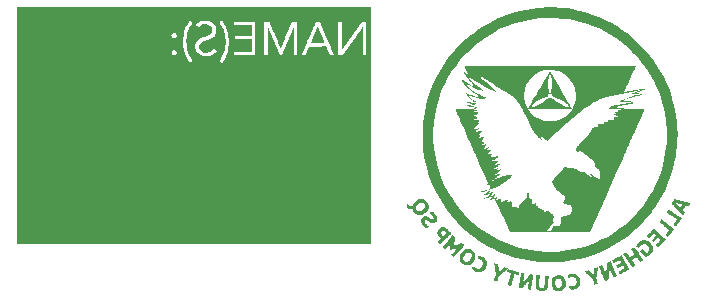
<source format=gbr>
%TF.GenerationSoftware,KiCad,Pcbnew,6.0.0-d3dd2cf0fa~116~ubuntu21.10.1*%
%TF.CreationDate,2022-01-02T16:32:21-05:00*%
%TF.ProjectId,ardustack-power,61726475-7374-4616-936b-2d706f776572,rev?*%
%TF.SameCoordinates,Original*%
%TF.FileFunction,Legend,Bot*%
%TF.FilePolarity,Positive*%
%FSLAX46Y46*%
G04 Gerber Fmt 4.6, Leading zero omitted, Abs format (unit mm)*
G04 Created by KiCad (PCBNEW 6.0.0-d3dd2cf0fa~116~ubuntu21.10.1) date 2022-01-02 16:32:21*
%MOMM*%
%LPD*%
G01*
G04 APERTURE LIST*
G04 APERTURE END LIST*
%TO.C,G\u002A\u002A\u002A*%
G36*
X156558282Y-102154326D02*
G01*
X156585402Y-102159854D01*
X156630646Y-102170607D01*
X156691082Y-102185786D01*
X156763776Y-102204589D01*
X156845798Y-102226218D01*
X156934213Y-102249873D01*
X157026090Y-102274753D01*
X157118497Y-102300058D01*
X157208502Y-102324989D01*
X157293171Y-102348746D01*
X157369573Y-102370529D01*
X157434775Y-102389537D01*
X157485844Y-102404971D01*
X157519850Y-102416032D01*
X157533859Y-102421918D01*
X157534467Y-102432197D01*
X157529958Y-102460399D01*
X157521215Y-102500380D01*
X157509785Y-102546267D01*
X157497215Y-102592183D01*
X157485054Y-102632254D01*
X157474850Y-102660605D01*
X157468149Y-102671361D01*
X157465191Y-102670831D01*
X157443509Y-102665463D01*
X157404751Y-102655232D01*
X157353201Y-102641279D01*
X157293146Y-102624747D01*
X157235819Y-102609039D01*
X157186397Y-102596315D01*
X157153338Y-102589373D01*
X157133034Y-102587664D01*
X157121878Y-102590636D01*
X157116262Y-102597738D01*
X157115527Y-102599672D01*
X157108911Y-102620856D01*
X157096846Y-102661892D01*
X157080075Y-102720170D01*
X157059342Y-102793080D01*
X157035389Y-102878010D01*
X157008961Y-102972349D01*
X156980800Y-103073488D01*
X156973387Y-103100186D01*
X156945690Y-103199882D01*
X156920026Y-103292163D01*
X156897127Y-103374408D01*
X156877722Y-103443998D01*
X156862542Y-103498313D01*
X156852317Y-103534733D01*
X156847778Y-103550638D01*
X156842216Y-103561770D01*
X156827167Y-103571645D01*
X156814869Y-103569628D01*
X156784035Y-103562199D01*
X156741535Y-103550874D01*
X156693185Y-103537323D01*
X156644795Y-103523215D01*
X156602181Y-103510218D01*
X156571155Y-103500002D01*
X156557530Y-103494235D01*
X156558444Y-103485482D01*
X156564956Y-103455939D01*
X156576743Y-103408184D01*
X156593109Y-103344901D01*
X156613358Y-103268772D01*
X156636794Y-103182483D01*
X156662720Y-103088717D01*
X156680424Y-103025215D01*
X156707561Y-102927830D01*
X156733206Y-102835748D01*
X156756366Y-102752532D01*
X156776050Y-102681748D01*
X156791265Y-102626959D01*
X156801021Y-102591730D01*
X156827964Y-102494094D01*
X156660939Y-102448746D01*
X156636931Y-102442144D01*
X156579875Y-102425729D01*
X156533148Y-102411261D01*
X156501051Y-102400109D01*
X156487885Y-102393641D01*
X156487327Y-102391161D01*
X156489643Y-102370298D01*
X156497019Y-102334693D01*
X156507793Y-102290588D01*
X156520306Y-102244223D01*
X156532896Y-102201839D01*
X156543902Y-102169678D01*
X156551663Y-102153981D01*
X156558282Y-102154326D01*
G37*
G36*
X161969608Y-88527289D02*
G01*
X161986741Y-88558664D01*
X161992627Y-88570783D01*
X161990048Y-88571213D01*
X161967525Y-88572116D01*
X161922886Y-88572987D01*
X161857421Y-88573821D01*
X161772423Y-88574613D01*
X161669181Y-88575355D01*
X161548987Y-88576044D01*
X161413131Y-88576672D01*
X161262904Y-88577236D01*
X161099597Y-88577728D01*
X160924501Y-88578143D01*
X160738906Y-88578476D01*
X160544104Y-88578720D01*
X160341386Y-88578871D01*
X160132041Y-88578923D01*
X160033854Y-88578914D01*
X159827433Y-88578836D01*
X159628239Y-88578682D01*
X159437562Y-88578456D01*
X159256694Y-88578162D01*
X159086925Y-88577806D01*
X158929546Y-88577391D01*
X158785848Y-88576922D01*
X158657121Y-88576403D01*
X158544657Y-88575839D01*
X158449747Y-88575235D01*
X158373681Y-88574594D01*
X158317749Y-88573921D01*
X158283244Y-88573221D01*
X158271455Y-88572498D01*
X158275779Y-88561566D01*
X158288652Y-88539488D01*
X158289584Y-88537970D01*
X158300496Y-88519429D01*
X158322562Y-88481555D01*
X158340919Y-88449944D01*
X158497043Y-88449944D01*
X158579311Y-88441630D01*
X158745311Y-88413999D01*
X158920067Y-88362872D01*
X159099009Y-88288960D01*
X159281545Y-88192572D01*
X159467085Y-88074023D01*
X159655041Y-87933624D01*
X159844822Y-87771687D01*
X159983737Y-87645822D01*
X160018621Y-87671233D01*
X160053080Y-87687359D01*
X160105500Y-87697126D01*
X160163154Y-87697643D01*
X160217022Y-87688922D01*
X160258081Y-87670971D01*
X160294092Y-87645297D01*
X160402126Y-87741822D01*
X160516096Y-87840783D01*
X160696725Y-87985535D01*
X160872204Y-88111086D01*
X161041621Y-88216885D01*
X161204068Y-88302379D01*
X161358634Y-88367016D01*
X161504409Y-88410245D01*
X161520347Y-88413781D01*
X161579226Y-88425119D01*
X161637844Y-88434134D01*
X161691545Y-88440356D01*
X161735670Y-88443320D01*
X161765561Y-88442555D01*
X161776559Y-88437594D01*
X161776477Y-88436502D01*
X161767777Y-88416899D01*
X161747201Y-88384411D01*
X161718262Y-88343793D01*
X161684469Y-88299797D01*
X161649333Y-88257176D01*
X161616364Y-88220684D01*
X161614962Y-88219233D01*
X161502971Y-88116337D01*
X161368940Y-88015643D01*
X161214782Y-87918189D01*
X161042409Y-87825010D01*
X160853736Y-87737139D01*
X160650674Y-87655614D01*
X160435137Y-87581468D01*
X160348109Y-87553876D01*
X160348109Y-87498108D01*
X160346533Y-87471897D01*
X160328884Y-87407588D01*
X160294282Y-87353061D01*
X160246023Y-87314252D01*
X160231709Y-87306604D01*
X160206536Y-87293361D01*
X160195340Y-87287795D01*
X160195284Y-87287737D01*
X160196849Y-87275225D01*
X160202581Y-87244040D01*
X160211608Y-87198707D01*
X160223061Y-87143750D01*
X160243063Y-87043953D01*
X160278367Y-86825247D01*
X160300677Y-86614297D01*
X160309923Y-86413542D01*
X160306035Y-86225423D01*
X160288944Y-86052382D01*
X160258580Y-85896859D01*
X160245805Y-85851567D01*
X160226809Y-85794159D01*
X160205449Y-85737043D01*
X160183630Y-85684742D01*
X160163256Y-85641783D01*
X160146231Y-85612689D01*
X160134462Y-85601985D01*
X160131016Y-85603633D01*
X160117748Y-85621926D01*
X160099826Y-85656937D01*
X160079228Y-85704243D01*
X160057929Y-85759423D01*
X160037906Y-85818053D01*
X160007029Y-85935911D01*
X159981755Y-86090187D01*
X159968076Y-86258867D01*
X159965909Y-86438427D01*
X159975169Y-86625347D01*
X159995772Y-86816105D01*
X160027636Y-87007180D01*
X160070675Y-87195050D01*
X160093411Y-87281640D01*
X160040534Y-87307238D01*
X160017672Y-87320259D01*
X159969511Y-87365649D01*
X159938777Y-87424823D01*
X159927972Y-87493635D01*
X159927966Y-87552599D01*
X159792929Y-87596110D01*
X159762052Y-87606188D01*
X159562453Y-87677775D01*
X159374396Y-87756449D01*
X159199438Y-87841208D01*
X159039134Y-87931049D01*
X158895040Y-88024970D01*
X158768713Y-88121968D01*
X158661707Y-88221041D01*
X158575579Y-88321187D01*
X158511885Y-88421404D01*
X158497043Y-88449944D01*
X158340919Y-88449944D01*
X158355111Y-88425505D01*
X158397474Y-88352437D01*
X158448982Y-88263508D01*
X158508965Y-88159876D01*
X158576753Y-88042698D01*
X158651678Y-87913132D01*
X158733069Y-87772336D01*
X158820257Y-87621466D01*
X158912572Y-87461681D01*
X159009345Y-87294137D01*
X159109907Y-87119994D01*
X159213587Y-86940407D01*
X159242810Y-86889786D01*
X159345477Y-86711997D01*
X159444741Y-86540180D01*
X159539941Y-86375475D01*
X159630417Y-86219023D01*
X159715507Y-86071964D01*
X159794550Y-85935438D01*
X159866886Y-85810586D01*
X159931854Y-85698548D01*
X159988792Y-85600464D01*
X160037041Y-85517476D01*
X160075939Y-85450722D01*
X160104825Y-85401344D01*
X160123038Y-85370482D01*
X160129918Y-85359275D01*
X160131225Y-85360703D01*
X160142523Y-85378267D01*
X160164695Y-85414712D01*
X160196949Y-85468674D01*
X160238497Y-85538792D01*
X160288547Y-85623705D01*
X160346310Y-85722049D01*
X160410997Y-85832464D01*
X160481816Y-85953586D01*
X160557979Y-86084055D01*
X160638695Y-86222508D01*
X160723174Y-86367583D01*
X160810626Y-86517918D01*
X160900261Y-86672151D01*
X160991290Y-86828921D01*
X161082922Y-86986865D01*
X161174367Y-87144621D01*
X161264836Y-87300827D01*
X161353539Y-87454122D01*
X161439684Y-87603143D01*
X161522484Y-87746528D01*
X161601146Y-87882916D01*
X161674883Y-88010944D01*
X161742903Y-88129250D01*
X161804416Y-88236473D01*
X161858634Y-88331250D01*
X161904765Y-88412220D01*
X161919131Y-88437594D01*
X161942020Y-88478020D01*
X161969608Y-88527289D01*
G37*
G36*
X169274553Y-99016387D02*
G01*
X169344833Y-99084495D01*
X169428371Y-99165555D01*
X169510516Y-99245366D01*
X169588095Y-99320839D01*
X169657934Y-99388887D01*
X169716860Y-99446423D01*
X169761699Y-99490359D01*
X169914372Y-99640407D01*
X169599648Y-99966842D01*
X169589813Y-99977041D01*
X169519713Y-100049641D01*
X169455205Y-100116283D01*
X169398133Y-100175076D01*
X169350337Y-100224129D01*
X169313659Y-100261552D01*
X169289942Y-100285454D01*
X169281025Y-100293945D01*
X169271690Y-100288432D01*
X169249032Y-100269672D01*
X169217798Y-100241637D01*
X169182384Y-100208516D01*
X169147188Y-100174496D01*
X169116604Y-100143768D01*
X169095030Y-100120520D01*
X169086862Y-100108941D01*
X169090169Y-100102086D01*
X169107304Y-100080337D01*
X169135756Y-100048961D01*
X169171798Y-100012202D01*
X169176047Y-100008003D01*
X169218701Y-99965015D01*
X169270676Y-99911540D01*
X169325792Y-99853980D01*
X169377868Y-99798738D01*
X169499001Y-99668979D01*
X169403966Y-99572669D01*
X169308932Y-99476358D01*
X168958528Y-99841132D01*
X168769968Y-99661518D01*
X168937418Y-99485353D01*
X168948384Y-99473805D01*
X168998286Y-99420947D01*
X169041727Y-99374443D01*
X169076173Y-99337041D01*
X169099088Y-99311487D01*
X169107939Y-99300531D01*
X169103136Y-99291698D01*
X169084310Y-99269018D01*
X169054423Y-99236612D01*
X169016822Y-99198238D01*
X168922633Y-99104601D01*
X168714867Y-99321488D01*
X168668821Y-99369315D01*
X168615607Y-99423945D01*
X168569559Y-99470503D01*
X168533015Y-99506652D01*
X168508314Y-99530054D01*
X168497795Y-99538375D01*
X168489591Y-99533501D01*
X168466778Y-99515038D01*
X168433812Y-99486024D01*
X168394683Y-99449882D01*
X168300876Y-99361390D01*
X168393686Y-99260823D01*
X168418606Y-99234091D01*
X168463405Y-99186655D01*
X168518778Y-99128495D01*
X168581220Y-99063281D01*
X168647225Y-98994680D01*
X168713288Y-98926359D01*
X168940081Y-98692463D01*
X169274553Y-99016387D01*
G37*
G36*
X168246132Y-99704490D02*
G01*
X168360094Y-99737547D01*
X168467931Y-99793808D01*
X168569656Y-99873279D01*
X168665281Y-99975966D01*
X168717179Y-100044823D01*
X168779184Y-100148526D01*
X168820112Y-100251954D01*
X168841252Y-100358692D01*
X168843894Y-100472322D01*
X168842071Y-100503290D01*
X168837103Y-100552088D01*
X168828181Y-100592011D01*
X168812696Y-100632991D01*
X168788038Y-100684958D01*
X168769015Y-100720264D01*
X168700184Y-100818051D01*
X168612335Y-100909710D01*
X168509095Y-100992207D01*
X168394091Y-101062506D01*
X168270951Y-101117573D01*
X168266108Y-101119318D01*
X168232947Y-101129446D01*
X168208850Y-101134032D01*
X168203959Y-101131206D01*
X168184692Y-101113424D01*
X168153934Y-101081756D01*
X168114193Y-101039059D01*
X168067980Y-100988192D01*
X168017805Y-100932014D01*
X167966176Y-100873382D01*
X167915605Y-100815156D01*
X167868600Y-100760194D01*
X167827672Y-100711355D01*
X167795331Y-100671497D01*
X167774085Y-100643478D01*
X167766446Y-100630157D01*
X167774412Y-100620164D01*
X167797294Y-100597873D01*
X167831493Y-100566783D01*
X167873394Y-100530270D01*
X167980342Y-100438802D01*
X168121316Y-100603782D01*
X168162293Y-100651685D01*
X168204689Y-100701125D01*
X168239992Y-100742166D01*
X168265375Y-100771519D01*
X168278007Y-100785896D01*
X168290676Y-100795233D01*
X168307908Y-100793706D01*
X168337204Y-100779894D01*
X168371905Y-100757006D01*
X168422757Y-100710284D01*
X168468649Y-100654231D01*
X168502392Y-100596816D01*
X168512468Y-100571548D01*
X168528154Y-100490892D01*
X168522500Y-100405630D01*
X168496300Y-100318784D01*
X168450350Y-100233379D01*
X168385446Y-100152437D01*
X168320257Y-100093653D01*
X168237693Y-100043589D01*
X168152192Y-100016708D01*
X168064975Y-100013197D01*
X167977265Y-100033243D01*
X167890283Y-100077030D01*
X167862835Y-100096474D01*
X167803736Y-100146907D01*
X167743802Y-100207310D01*
X167690089Y-100270307D01*
X167649653Y-100328526D01*
X167647714Y-100331799D01*
X167628814Y-100360286D01*
X167615819Y-100370193D01*
X167604986Y-100364537D01*
X167599107Y-100357840D01*
X167578555Y-100334283D01*
X167548869Y-100300165D01*
X167514300Y-100260371D01*
X167437689Y-100172113D01*
X167466692Y-100116326D01*
X167469351Y-100111556D01*
X167491755Y-100079482D01*
X167526493Y-100036882D01*
X167569339Y-99988742D01*
X167616066Y-99940050D01*
X167659972Y-99897668D01*
X167752618Y-99820090D01*
X167842741Y-99762712D01*
X167933973Y-99723812D01*
X168029948Y-99701671D01*
X168134298Y-99694566D01*
X168246132Y-99704490D01*
G37*
G36*
X165276026Y-101485415D02*
G01*
X165282893Y-101499524D01*
X165298066Y-101533000D01*
X165320489Y-101583408D01*
X165349109Y-101648317D01*
X165382871Y-101725292D01*
X165420719Y-101811902D01*
X165461601Y-101905714D01*
X165504460Y-102004293D01*
X165548243Y-102105208D01*
X165591895Y-102206025D01*
X165634361Y-102304312D01*
X165674586Y-102397634D01*
X165711516Y-102483560D01*
X165744097Y-102559656D01*
X165771273Y-102623490D01*
X165791990Y-102672628D01*
X165805194Y-102704637D01*
X165809830Y-102717084D01*
X165807961Y-102719664D01*
X165789858Y-102730939D01*
X165756751Y-102747559D01*
X165713878Y-102767284D01*
X165666478Y-102787874D01*
X165619790Y-102807086D01*
X165579053Y-102822681D01*
X165549505Y-102832417D01*
X165536384Y-102834053D01*
X165531901Y-102825524D01*
X165518672Y-102797114D01*
X165497999Y-102751341D01*
X165471025Y-102690775D01*
X165438895Y-102617990D01*
X165402753Y-102535557D01*
X165363744Y-102446048D01*
X165330594Y-102370030D01*
X165294610Y-102288163D01*
X165262720Y-102216311D01*
X165236006Y-102156880D01*
X165215550Y-102112276D01*
X165202437Y-102084906D01*
X165197747Y-102077174D01*
X165197728Y-102077608D01*
X165195708Y-102100083D01*
X165191029Y-102141885D01*
X165184095Y-102199932D01*
X165175308Y-102271142D01*
X165165071Y-102352432D01*
X165153789Y-102440722D01*
X165141862Y-102532928D01*
X165129695Y-102625968D01*
X165117691Y-102716761D01*
X165106251Y-102802225D01*
X165095780Y-102879278D01*
X165086680Y-102944837D01*
X165079354Y-102995820D01*
X165074205Y-103029147D01*
X165071637Y-103041733D01*
X165059698Y-103048583D01*
X165029888Y-103062984D01*
X164987046Y-103082560D01*
X164935849Y-103105127D01*
X164887046Y-103125502D01*
X164843994Y-103141894D01*
X164813640Y-103151650D01*
X164800573Y-103153142D01*
X164795323Y-103142456D01*
X164781527Y-103111945D01*
X164760309Y-103064104D01*
X164732729Y-103001377D01*
X164699844Y-102926212D01*
X164662713Y-102841052D01*
X164622394Y-102748344D01*
X164579946Y-102650533D01*
X164536427Y-102550065D01*
X164492894Y-102449385D01*
X164450407Y-102350939D01*
X164410024Y-102257173D01*
X164372803Y-102170531D01*
X164339802Y-102093459D01*
X164312079Y-102028404D01*
X164290694Y-101977810D01*
X164276703Y-101944122D01*
X164271166Y-101929788D01*
X164276070Y-101921803D01*
X164300806Y-101905042D01*
X164344330Y-101882320D01*
X164404475Y-101854853D01*
X164409935Y-101852483D01*
X164461429Y-101830436D01*
X164503655Y-101812883D01*
X164532379Y-101801554D01*
X164543367Y-101798175D01*
X164546406Y-101805024D01*
X164557918Y-101831529D01*
X164576960Y-101875568D01*
X164602426Y-101934581D01*
X164633212Y-102006009D01*
X164668215Y-102087293D01*
X164706330Y-102175875D01*
X164735936Y-102244470D01*
X164772055Y-102327478D01*
X164804421Y-102401105D01*
X164831902Y-102462810D01*
X164853364Y-102510053D01*
X164867673Y-102540294D01*
X164873696Y-102550993D01*
X164874236Y-102549981D01*
X164877842Y-102531995D01*
X164883926Y-102493472D01*
X164892134Y-102436948D01*
X164902114Y-102364962D01*
X164913510Y-102280053D01*
X164925970Y-102184756D01*
X164939139Y-102081611D01*
X164942780Y-102052934D01*
X164956119Y-101950802D01*
X164968978Y-101856657D01*
X164980959Y-101773141D01*
X164991663Y-101702895D01*
X165000691Y-101648561D01*
X165007645Y-101612778D01*
X165012126Y-101598190D01*
X165028007Y-101587921D01*
X165059505Y-101571870D01*
X165101146Y-101552487D01*
X165147624Y-101532046D01*
X165193636Y-101512820D01*
X165233879Y-101497082D01*
X165263047Y-101487105D01*
X165275837Y-101485163D01*
X165276026Y-101485415D01*
G37*
G36*
X153820006Y-101143183D02*
G01*
X153801121Y-101228340D01*
X153758831Y-101342295D01*
X153699832Y-101451555D01*
X153626858Y-101552902D01*
X153542641Y-101643117D01*
X153449912Y-101718982D01*
X153351404Y-101777278D01*
X153249849Y-101814787D01*
X153238161Y-101817504D01*
X153163560Y-101826304D01*
X153079526Y-101825007D01*
X152996211Y-101814240D01*
X152923771Y-101794632D01*
X152862202Y-101767732D01*
X152766486Y-101711325D01*
X152677521Y-101641933D01*
X152601049Y-101564254D01*
X152542815Y-101482987D01*
X152500344Y-101387087D01*
X152477442Y-101280453D01*
X152476543Y-101241373D01*
X152792043Y-101241373D01*
X152792647Y-101282699D01*
X152796784Y-101322366D01*
X152806561Y-101354338D01*
X152823981Y-101387799D01*
X152867138Y-101442930D01*
X152925984Y-101489783D01*
X152990757Y-101519275D01*
X153012578Y-101524649D01*
X153091046Y-101529107D01*
X153169012Y-101509971D01*
X153246854Y-101467106D01*
X153324952Y-101400377D01*
X153379009Y-101340483D01*
X153444005Y-101244211D01*
X153485399Y-101144626D01*
X153503072Y-101041966D01*
X153503719Y-101029757D01*
X153504793Y-100983548D01*
X153501281Y-100949889D01*
X153491450Y-100919425D01*
X153473563Y-100882798D01*
X153441871Y-100834379D01*
X153384836Y-100782070D01*
X153315309Y-100749786D01*
X153235317Y-100738753D01*
X153209234Y-100739849D01*
X153125256Y-100758676D01*
X153045275Y-100800062D01*
X152970590Y-100862981D01*
X152902500Y-100946407D01*
X152842304Y-101049312D01*
X152827166Y-101080297D01*
X152808534Y-101122930D01*
X152797983Y-101158203D01*
X152793243Y-101194792D01*
X152792043Y-101241373D01*
X152476543Y-101241373D01*
X152474849Y-101167786D01*
X152492358Y-101052161D01*
X152529765Y-100936656D01*
X152586864Y-100824347D01*
X152658971Y-100721327D01*
X152744870Y-100627100D01*
X152838612Y-100548854D01*
X152937001Y-100489243D01*
X153036837Y-100450923D01*
X153095347Y-100439668D01*
X153195859Y-100436862D01*
X153300882Y-100451493D01*
X153404289Y-100482527D01*
X153499953Y-100528933D01*
X153536056Y-100551917D01*
X153632339Y-100629356D01*
X153710648Y-100718324D01*
X153769775Y-100816507D01*
X153808515Y-100921589D01*
X153818202Y-100983548D01*
X153825661Y-101031253D01*
X153820006Y-101143183D01*
G37*
G36*
X150179504Y-97276641D02*
G01*
X150189445Y-97282460D01*
X150227555Y-97311050D01*
X150274635Y-97352834D01*
X150326450Y-97403415D01*
X150378766Y-97458396D01*
X150427352Y-97513379D01*
X150467971Y-97563969D01*
X150496392Y-97605766D01*
X150547794Y-97710005D01*
X150578436Y-97811246D01*
X150586935Y-97906255D01*
X150573314Y-97994212D01*
X150537601Y-98074298D01*
X150479819Y-98145693D01*
X150463237Y-98161091D01*
X150394311Y-98210106D01*
X150318185Y-98239516D01*
X150228922Y-98251832D01*
X150217789Y-98252296D01*
X150174186Y-98252376D01*
X150133805Y-98248387D01*
X150093369Y-98238957D01*
X150049596Y-98222713D01*
X149999209Y-98198284D01*
X149938927Y-98164297D01*
X149865470Y-98119381D01*
X149775560Y-98062163D01*
X149749189Y-98045779D01*
X149677318Y-98008579D01*
X149618587Y-97990932D01*
X149572531Y-97992744D01*
X149538687Y-98013919D01*
X149521675Y-98042210D01*
X149515125Y-98090867D01*
X149527279Y-98148662D01*
X149557846Y-98212571D01*
X149588615Y-98255550D01*
X149633999Y-98308175D01*
X149688172Y-98364374D01*
X149745759Y-98418829D01*
X149801385Y-98466226D01*
X149849676Y-98501246D01*
X149871645Y-98515640D01*
X149895410Y-98532886D01*
X149904548Y-98542061D01*
X149898699Y-98548180D01*
X149876852Y-98565928D01*
X149842620Y-98591940D01*
X149800038Y-98623086D01*
X149765988Y-98647046D01*
X149726349Y-98673444D01*
X149696653Y-98691451D01*
X149681571Y-98698110D01*
X149681372Y-98698108D01*
X149660509Y-98689911D01*
X149626944Y-98668065D01*
X149584828Y-98635906D01*
X149538311Y-98596771D01*
X149491544Y-98553994D01*
X149448677Y-98510913D01*
X149430730Y-98491496D01*
X149349149Y-98392905D01*
X149287994Y-98298107D01*
X149245351Y-98203730D01*
X149219308Y-98106397D01*
X149212905Y-98035469D01*
X149223870Y-97947703D01*
X149254519Y-97867487D01*
X149302517Y-97797366D01*
X149365527Y-97739883D01*
X149441214Y-97697579D01*
X149527244Y-97673000D01*
X149621279Y-97668686D01*
X149634442Y-97669734D01*
X149689910Y-97678110D01*
X149744383Y-97694087D01*
X149802644Y-97719695D01*
X149869481Y-97756963D01*
X149949679Y-97807919D01*
X150004671Y-97843633D01*
X150073754Y-97885535D01*
X150128497Y-97913803D01*
X150171523Y-97929289D01*
X150205457Y-97932847D01*
X150232922Y-97925328D01*
X150256542Y-97907583D01*
X150270468Y-97888640D01*
X150281031Y-97844216D01*
X150272664Y-97788881D01*
X150245506Y-97724938D01*
X150242861Y-97720190D01*
X150208883Y-97670765D01*
X150161070Y-97614386D01*
X150104958Y-97556780D01*
X150046087Y-97503672D01*
X149989996Y-97460789D01*
X149962361Y-97441221D01*
X149938454Y-97422322D01*
X149929137Y-97412104D01*
X149934694Y-97405521D01*
X149956189Y-97387172D01*
X149990114Y-97360662D01*
X150032457Y-97329209D01*
X150136087Y-97253917D01*
X150179504Y-97276641D01*
G37*
G36*
X159104650Y-102664175D02*
G01*
X159105231Y-102664208D01*
X159161424Y-102667815D01*
X159208274Y-102671621D01*
X159240902Y-102675175D01*
X159254428Y-102678027D01*
X159254997Y-102682229D01*
X159254991Y-102706911D01*
X159253713Y-102751086D01*
X159251285Y-102811851D01*
X159247826Y-102886305D01*
X159243460Y-102971546D01*
X159238305Y-103064671D01*
X159233566Y-103147901D01*
X159227329Y-103260813D01*
X159222596Y-103353533D01*
X159219372Y-103428369D01*
X159217661Y-103487624D01*
X159217467Y-103533607D01*
X159218796Y-103568621D01*
X159221651Y-103594973D01*
X159226038Y-103614968D01*
X159231959Y-103630913D01*
X159239420Y-103645113D01*
X159245851Y-103655532D01*
X159277986Y-103692511D01*
X159319768Y-103716628D01*
X159375605Y-103729738D01*
X159449905Y-103733696D01*
X159502480Y-103732778D01*
X159540079Y-103729117D01*
X159566409Y-103721550D01*
X159587949Y-103708914D01*
X159602261Y-103698015D01*
X159618343Y-103683263D01*
X159631677Y-103665883D01*
X159642703Y-103643504D01*
X159651863Y-103613752D01*
X159659597Y-103574256D01*
X159666348Y-103522644D01*
X159672555Y-103456544D01*
X159678660Y-103373584D01*
X159685105Y-103271391D01*
X159692329Y-103147594D01*
X159717911Y-102701371D01*
X159825945Y-102704785D01*
X159843464Y-102705403D01*
X159897921Y-102708049D01*
X159945844Y-102711358D01*
X159978499Y-102714760D01*
X159979635Y-102714928D01*
X160008027Y-102721100D01*
X160018738Y-102731916D01*
X160017875Y-102753358D01*
X160017235Y-102758732D01*
X160014931Y-102787348D01*
X160011726Y-102835398D01*
X160007812Y-102899661D01*
X160003381Y-102976915D01*
X159998626Y-103063940D01*
X159993740Y-103157514D01*
X159990856Y-103213313D01*
X159984408Y-103331089D01*
X159978347Y-103428619D01*
X159972354Y-103508543D01*
X159966105Y-103573504D01*
X159959283Y-103626144D01*
X159951564Y-103669105D01*
X159942629Y-103705030D01*
X159932157Y-103736560D01*
X159919827Y-103766338D01*
X159918496Y-103769265D01*
X159871409Y-103844457D01*
X159806411Y-103909186D01*
X159728599Y-103959319D01*
X159643074Y-103990720D01*
X159635374Y-103992363D01*
X159584418Y-103998742D01*
X159518865Y-104002006D01*
X159446384Y-104002253D01*
X159374647Y-103999582D01*
X159311325Y-103994090D01*
X159264088Y-103985875D01*
X159262575Y-103985480D01*
X159156909Y-103947640D01*
X159069355Y-103894634D01*
X159000366Y-103826905D01*
X158950396Y-103744896D01*
X158919897Y-103649051D01*
X158919894Y-103649037D01*
X158916958Y-103624093D01*
X158915610Y-103585173D01*
X158915895Y-103530618D01*
X158917858Y-103458767D01*
X158921545Y-103367961D01*
X158927002Y-103256539D01*
X158934273Y-103122842D01*
X158960581Y-102656033D01*
X159104650Y-102664175D01*
G37*
G36*
X149866780Y-96897534D02*
G01*
X149864919Y-96936507D01*
X149860572Y-96983752D01*
X149852622Y-97021582D01*
X149838941Y-97058920D01*
X149817404Y-97104691D01*
X149792244Y-97150674D01*
X149719181Y-97251383D01*
X149627674Y-97342982D01*
X149521213Y-97422687D01*
X149403291Y-97487715D01*
X149277400Y-97535279D01*
X149262290Y-97539470D01*
X149210777Y-97549582D01*
X149151526Y-97554296D01*
X149076559Y-97554371D01*
X149074810Y-97554330D01*
X149016240Y-97552320D01*
X148973499Y-97548419D01*
X148938612Y-97540930D01*
X148903601Y-97528155D01*
X148860491Y-97508397D01*
X148811875Y-97482294D01*
X148719858Y-97416172D01*
X148639059Y-97335665D01*
X148573738Y-97245371D01*
X148528157Y-97149885D01*
X148507887Y-97092815D01*
X148414363Y-97085603D01*
X148331376Y-97076023D01*
X148205222Y-97046658D01*
X148083246Y-96998250D01*
X148005194Y-96960948D01*
X148776728Y-96960948D01*
X148783948Y-97030717D01*
X148811241Y-97104144D01*
X148857461Y-97164739D01*
X148921132Y-97209958D01*
X148966955Y-97228055D01*
X149047483Y-97240121D01*
X149135277Y-97232433D01*
X149227466Y-97205649D01*
X149321181Y-97160423D01*
X149413552Y-97097411D01*
X149442926Y-97072515D01*
X149506278Y-97002596D01*
X149549376Y-96927967D01*
X149571713Y-96851087D01*
X149572786Y-96774416D01*
X149552091Y-96700413D01*
X149509122Y-96631536D01*
X149481593Y-96603232D01*
X149418505Y-96562958D01*
X149344236Y-96541260D01*
X149261384Y-96538100D01*
X149172551Y-96553438D01*
X149080335Y-96587236D01*
X148987337Y-96639452D01*
X148963687Y-96655792D01*
X148882777Y-96724854D01*
X148824361Y-96799171D01*
X148788869Y-96878087D01*
X148776728Y-96960948D01*
X148005194Y-96960948D01*
X147996219Y-96956659D01*
X147996219Y-96887267D01*
X147997372Y-96857877D01*
X148010910Y-96770596D01*
X148038995Y-96671147D01*
X148042929Y-96665249D01*
X148056867Y-96666825D01*
X148083378Y-96684420D01*
X148123429Y-96712324D01*
X148204188Y-96753889D01*
X148296146Y-96782452D01*
X148404826Y-96800001D01*
X148486024Y-96808677D01*
X148500566Y-96760080D01*
X148504998Y-96745972D01*
X148551629Y-96640442D01*
X148618306Y-96541384D01*
X148701797Y-96451131D01*
X148798871Y-96372012D01*
X148906295Y-96306359D01*
X149020838Y-96256503D01*
X149139267Y-96224774D01*
X149258353Y-96213505D01*
X149347658Y-96221136D01*
X149453667Y-96250881D01*
X149553495Y-96301474D01*
X149644518Y-96371199D01*
X149724115Y-96458339D01*
X149789662Y-96561178D01*
X149791786Y-96565253D01*
X149830818Y-96649544D01*
X149854902Y-96726806D01*
X149861650Y-96774416D01*
X149866177Y-96806361D01*
X149866780Y-96897534D01*
G37*
G36*
X162146333Y-102543357D02*
G01*
X162258710Y-102564927D01*
X162361257Y-102606833D01*
X162452673Y-102667758D01*
X162531655Y-102746383D01*
X162596901Y-102841391D01*
X162647109Y-102951464D01*
X162680975Y-103075283D01*
X162697198Y-103211531D01*
X162697818Y-103303386D01*
X162684601Y-103416838D01*
X162654087Y-103517409D01*
X162605217Y-103608275D01*
X162536933Y-103692615D01*
X162469681Y-103752422D01*
X162369575Y-103813714D01*
X162254826Y-103857856D01*
X162127554Y-103883858D01*
X162087885Y-103887568D01*
X162027895Y-103889995D01*
X161975862Y-103888856D01*
X161944941Y-103886765D01*
X161905477Y-103884510D01*
X161879832Y-103883559D01*
X161871751Y-103883419D01*
X161854422Y-103881340D01*
X161840879Y-103874305D01*
X161829812Y-103859195D01*
X161819913Y-103832894D01*
X161809871Y-103792285D01*
X161798377Y-103734249D01*
X161784124Y-103655671D01*
X161776613Y-103613658D01*
X161947640Y-103613542D01*
X162000034Y-103613332D01*
X162055687Y-103612158D01*
X162096432Y-103609374D01*
X162127551Y-103604334D01*
X162154326Y-103596392D01*
X162182040Y-103584903D01*
X162220378Y-103564759D01*
X162288173Y-103510384D01*
X162338873Y-103441120D01*
X162371381Y-103359309D01*
X162384602Y-103267295D01*
X162377439Y-103167421D01*
X162370170Y-103130703D01*
X162338552Y-103031520D01*
X162293047Y-102951748D01*
X162234103Y-102891585D01*
X162162169Y-102851228D01*
X162077691Y-102830875D01*
X161981119Y-102830725D01*
X161872901Y-102850974D01*
X161753483Y-102891822D01*
X161752202Y-102892347D01*
X161712810Y-102908031D01*
X161682699Y-102919191D01*
X161668296Y-102923441D01*
X161664186Y-102917051D01*
X161657147Y-102892027D01*
X161649150Y-102853603D01*
X161641143Y-102807740D01*
X161634070Y-102760396D01*
X161628879Y-102717532D01*
X161626514Y-102685107D01*
X161627922Y-102669080D01*
X161631606Y-102664323D01*
X161659062Y-102644604D01*
X161704389Y-102623253D01*
X161762929Y-102601715D01*
X161830027Y-102581433D01*
X161901025Y-102563849D01*
X161971268Y-102550408D01*
X162036099Y-102542553D01*
X162146333Y-102543357D01*
G37*
G36*
X170180108Y-97079987D02*
G01*
X170194384Y-97088201D01*
X170225793Y-97108417D01*
X170272160Y-97139136D01*
X170331309Y-97178857D01*
X170401064Y-97226080D01*
X170479250Y-97279306D01*
X170563691Y-97337035D01*
X170652210Y-97397767D01*
X170742632Y-97460002D01*
X170832781Y-97522241D01*
X170920482Y-97582982D01*
X171003558Y-97640728D01*
X171079834Y-97693977D01*
X171147133Y-97741230D01*
X171203280Y-97780986D01*
X171246100Y-97811747D01*
X171273416Y-97832012D01*
X171283052Y-97840282D01*
X171281896Y-97844736D01*
X171277065Y-97854383D01*
X171267543Y-97870430D01*
X171252333Y-97894361D01*
X171230443Y-97927659D01*
X171200876Y-97971809D01*
X171162640Y-98028294D01*
X171114740Y-98098599D01*
X171056181Y-98184206D01*
X170985969Y-98286601D01*
X170903109Y-98407267D01*
X170902472Y-98408194D01*
X170858713Y-98469926D01*
X170824381Y-98514264D01*
X170800391Y-98540110D01*
X170787654Y-98546361D01*
X170787084Y-98546023D01*
X170771262Y-98535684D01*
X170741148Y-98515422D01*
X170701735Y-98488641D01*
X170658019Y-98458746D01*
X170614992Y-98429139D01*
X170577651Y-98403226D01*
X170579413Y-98399281D01*
X170592194Y-98378551D01*
X170615679Y-98342528D01*
X170648025Y-98293993D01*
X170687391Y-98235723D01*
X170731934Y-98170498D01*
X170759244Y-98130555D01*
X170800855Y-98069062D01*
X170836139Y-98016122D01*
X170863259Y-97974530D01*
X170880380Y-97947081D01*
X170885663Y-97936570D01*
X170881522Y-97933631D01*
X170859980Y-97918759D01*
X170821900Y-97892621D01*
X170769336Y-97856623D01*
X170704341Y-97812169D01*
X170628967Y-97760664D01*
X170545266Y-97703512D01*
X170455293Y-97642117D01*
X170401960Y-97605705D01*
X170314614Y-97545926D01*
X170234370Y-97490830D01*
X170163351Y-97441886D01*
X170103684Y-97400563D01*
X170057493Y-97368330D01*
X170026905Y-97346659D01*
X170014044Y-97337017D01*
X170010540Y-97330720D01*
X170012582Y-97315664D01*
X170024490Y-97290835D01*
X170047843Y-97253140D01*
X170084219Y-97199484D01*
X170087480Y-97194789D01*
X170120403Y-97148950D01*
X170148768Y-97112101D01*
X170169644Y-97087894D01*
X170180100Y-97079984D01*
X170180108Y-97079987D01*
G37*
G36*
X163556667Y-99004206D02*
G01*
X161439227Y-99010258D01*
X161355052Y-99010498D01*
X161103285Y-99011210D01*
X160843934Y-99011934D01*
X160579429Y-99012663D01*
X160312200Y-99013393D01*
X160044679Y-99014116D01*
X159779293Y-99014826D01*
X159518475Y-99015516D01*
X159264653Y-99016180D01*
X159020258Y-99016812D01*
X158787720Y-99017405D01*
X158569469Y-99017953D01*
X158367935Y-99018449D01*
X158185548Y-99018887D01*
X158024739Y-99019261D01*
X156727692Y-99022212D01*
X156140703Y-97695794D01*
X156083008Y-97565504D01*
X156010247Y-97401436D01*
X155940581Y-97244616D01*
X155874609Y-97096381D01*
X155812931Y-96958070D01*
X155756147Y-96831021D01*
X155704856Y-96716571D01*
X155659659Y-96616058D01*
X155621154Y-96530820D01*
X155589942Y-96462195D01*
X155566623Y-96411521D01*
X155551796Y-96380136D01*
X155546061Y-96369376D01*
X155539364Y-96370575D01*
X155514506Y-96377046D01*
X155479483Y-96387252D01*
X155470487Y-96389958D01*
X155423638Y-96402528D01*
X155397922Y-96405014D01*
X155392263Y-96396227D01*
X155405588Y-96374980D01*
X155436822Y-96340086D01*
X155447189Y-96329024D01*
X155478206Y-96293169D01*
X155493940Y-96267401D01*
X155496523Y-96247029D01*
X155488089Y-96227364D01*
X155485834Y-96224307D01*
X155474027Y-96218350D01*
X155451836Y-96220443D01*
X155413249Y-96230867D01*
X155376692Y-96240675D01*
X155318600Y-96253132D01*
X155254605Y-96264194D01*
X155188920Y-96273415D01*
X155125756Y-96280351D01*
X155069325Y-96284556D01*
X155023839Y-96285588D01*
X154993510Y-96282999D01*
X154982549Y-96276347D01*
X154982640Y-96275870D01*
X154994046Y-96265171D01*
X155020804Y-96247114D01*
X155057573Y-96225331D01*
X155079610Y-96211097D01*
X155115633Y-96183937D01*
X155157745Y-96149392D01*
X155202417Y-96110681D01*
X155246117Y-96071024D01*
X155285315Y-96033639D01*
X155316480Y-96001745D01*
X155336081Y-95978561D01*
X155340588Y-95967306D01*
X155336669Y-95967272D01*
X155314857Y-95973221D01*
X155278709Y-95985701D01*
X155233439Y-96002976D01*
X155196457Y-96016837D01*
X155134450Y-96037912D01*
X155062102Y-96060698D01*
X154982742Y-96084318D01*
X154899699Y-96107894D01*
X154816301Y-96130546D01*
X154735875Y-96151397D01*
X154661751Y-96169568D01*
X154597257Y-96184181D01*
X154545720Y-96194358D01*
X154510469Y-96199220D01*
X154494833Y-96197889D01*
X154494929Y-96196986D01*
X154507495Y-96187188D01*
X154536756Y-96169144D01*
X154579001Y-96145060D01*
X154630520Y-96117145D01*
X154699758Y-96079563D01*
X154803617Y-96018412D01*
X154892788Y-95958521D01*
X154972503Y-95896267D01*
X155047997Y-95828024D01*
X155144470Y-95734996D01*
X155024433Y-95776880D01*
X154998171Y-95785699D01*
X154934597Y-95805527D01*
X154858884Y-95827727D01*
X154778355Y-95850179D01*
X154700331Y-95870760D01*
X154661911Y-95880506D01*
X154597766Y-95896348D01*
X154551768Y-95906717D01*
X154520518Y-95912126D01*
X154500616Y-95913085D01*
X154488664Y-95910105D01*
X154481262Y-95903696D01*
X154469127Y-95882630D01*
X154470129Y-95858584D01*
X154491878Y-95844266D01*
X154503904Y-95840297D01*
X154539989Y-95825089D01*
X154587719Y-95802581D01*
X154641031Y-95775851D01*
X154693862Y-95747976D01*
X154740150Y-95722036D01*
X154773832Y-95701108D01*
X154823326Y-95667155D01*
X154659796Y-95665909D01*
X154653581Y-95665846D01*
X154590998Y-95663794D01*
X154522214Y-95659454D01*
X154451539Y-95653338D01*
X154383285Y-95645955D01*
X154321762Y-95637815D01*
X154271280Y-95629428D01*
X154236150Y-95621304D01*
X154220683Y-95613953D01*
X154220655Y-95613587D01*
X154232720Y-95607684D01*
X154264265Y-95597321D01*
X154311841Y-95583505D01*
X154372002Y-95567242D01*
X154441298Y-95549540D01*
X154489165Y-95537224D01*
X154562543Y-95517250D01*
X154642962Y-95494384D01*
X154726648Y-95469788D01*
X154809831Y-95444624D01*
X154888737Y-95420055D01*
X154959594Y-95397240D01*
X155018629Y-95377343D01*
X155062072Y-95361525D01*
X155086149Y-95350948D01*
X155087620Y-95348915D01*
X155085488Y-95329395D01*
X155072558Y-95289880D01*
X155048684Y-95229963D01*
X155013720Y-95149237D01*
X154927590Y-94955421D01*
X154850543Y-95001762D01*
X154843651Y-95005875D01*
X154807222Y-95026475D01*
X154780365Y-95039782D01*
X154768474Y-95043080D01*
X154768600Y-95041112D01*
X154778648Y-95025320D01*
X154800300Y-94997872D01*
X154830131Y-94963204D01*
X154858780Y-94930632D01*
X154879316Y-94904564D01*
X154888268Y-94886287D01*
X154888096Y-94870429D01*
X154881262Y-94851618D01*
X154879684Y-94847993D01*
X154869316Y-94824438D01*
X154849801Y-94780224D01*
X154821533Y-94716240D01*
X154784906Y-94633377D01*
X154740313Y-94532526D01*
X154688149Y-94414578D01*
X154628809Y-94280423D01*
X154562686Y-94130951D01*
X154490173Y-93967054D01*
X154411666Y-93789621D01*
X154376673Y-93710539D01*
X155306522Y-93710539D01*
X155312523Y-93716541D01*
X155318525Y-93710539D01*
X155312523Y-93704537D01*
X155306522Y-93710539D01*
X154376673Y-93710539D01*
X154327558Y-93599544D01*
X154238243Y-93397713D01*
X154144116Y-93185019D01*
X154045570Y-92962352D01*
X153943000Y-92730603D01*
X153836799Y-92490663D01*
X153727361Y-92243421D01*
X153615081Y-91989769D01*
X153500353Y-91730598D01*
X153446666Y-91609321D01*
X153333179Y-91352944D01*
X153222383Y-91102632D01*
X153114668Y-90859269D01*
X153010426Y-90623737D01*
X152910047Y-90396919D01*
X152813921Y-90179696D01*
X152722439Y-89972952D01*
X152635990Y-89777570D01*
X152554966Y-89594431D01*
X152479757Y-89424419D01*
X152410754Y-89268416D01*
X152348346Y-89127304D01*
X152292924Y-89001966D01*
X152244880Y-88893285D01*
X152204602Y-88802144D01*
X152172482Y-88729424D01*
X152148909Y-88676008D01*
X152134276Y-88642780D01*
X152128971Y-88630621D01*
X152129662Y-88628380D01*
X152137636Y-88625353D01*
X152155378Y-88622793D01*
X152184471Y-88620666D01*
X152226495Y-88618935D01*
X152283035Y-88617567D01*
X152355671Y-88616526D01*
X152445985Y-88615777D01*
X152555561Y-88615285D01*
X152685979Y-88615016D01*
X152838822Y-88614934D01*
X153554693Y-88614934D01*
X153626566Y-88584683D01*
X153658234Y-88570444D01*
X153713272Y-88542805D01*
X153761247Y-88515661D01*
X153771816Y-88509129D01*
X153800763Y-88490561D01*
X153811773Y-88480568D01*
X153806862Y-88475990D01*
X153788043Y-88473669D01*
X153764974Y-88471202D01*
X153704964Y-88462835D01*
X153633375Y-88451090D01*
X153558086Y-88437369D01*
X153486978Y-88423075D01*
X153427930Y-88409608D01*
X153419534Y-88407490D01*
X153359933Y-88391500D01*
X153297727Y-88373417D01*
X153237207Y-88354653D01*
X153182665Y-88336619D01*
X153138393Y-88320728D01*
X153108683Y-88308390D01*
X153097826Y-88301019D01*
X153101104Y-88297664D01*
X153121662Y-88290680D01*
X153154844Y-88284500D01*
X153186819Y-88279538D01*
X153244517Y-88269291D01*
X153313267Y-88256149D01*
X153386128Y-88241516D01*
X153456160Y-88226792D01*
X153516422Y-88213380D01*
X153559971Y-88202681D01*
X153619990Y-88186481D01*
X153547968Y-88172021D01*
X153460428Y-88153111D01*
X153339014Y-88122641D01*
X153226290Y-88089517D01*
X153129889Y-88055860D01*
X153103692Y-88045755D01*
X153052542Y-88026294D01*
X153009140Y-88010113D01*
X152980789Y-87999949D01*
X152976821Y-87998544D01*
X152951944Y-87986440D01*
X152941777Y-87975384D01*
X152941953Y-87974337D01*
X152954501Y-87969250D01*
X152980789Y-87970852D01*
X153031277Y-87977906D01*
X153130986Y-87985096D01*
X153246469Y-87986719D01*
X153373015Y-87982860D01*
X153505915Y-87973604D01*
X153640459Y-87959036D01*
X153696939Y-87951776D01*
X153592903Y-87878227D01*
X153560723Y-87854299D01*
X153492977Y-87798539D01*
X153418969Y-87732125D01*
X153343819Y-87660037D01*
X153272641Y-87587253D01*
X153210554Y-87518756D01*
X153162675Y-87459524D01*
X153135654Y-87422059D01*
X153100057Y-87370096D01*
X153069122Y-87322076D01*
X153045220Y-87281861D01*
X153030724Y-87253314D01*
X153028007Y-87240298D01*
X153035630Y-87241637D01*
X153062119Y-87251049D01*
X153103931Y-87267761D01*
X153157368Y-87290286D01*
X153218734Y-87317133D01*
X153273334Y-87341108D01*
X153401773Y-87395282D01*
X153531533Y-87447174D01*
X153658801Y-87495405D01*
X153779763Y-87538595D01*
X153890606Y-87575361D01*
X153987518Y-87604325D01*
X154066684Y-87624106D01*
X154105249Y-87632335D01*
X154050190Y-87512727D01*
X153995132Y-87393118D01*
X153880792Y-87329959D01*
X153828222Y-87299823D01*
X153761220Y-87259566D01*
X153691311Y-87216070D01*
X153627200Y-87174667D01*
X153491179Y-87080083D01*
X153312450Y-86940369D01*
X153149037Y-86793869D01*
X153003099Y-86642704D01*
X152876793Y-86488993D01*
X152772276Y-86334856D01*
X152770416Y-86331748D01*
X152855413Y-86331748D01*
X152863570Y-86348309D01*
X152886424Y-86382231D01*
X152926371Y-86436950D01*
X153070099Y-86609703D01*
X153235448Y-86775944D01*
X153421036Y-86934710D01*
X153625485Y-87085036D01*
X153847416Y-87225960D01*
X154085448Y-87356516D01*
X154338203Y-87475741D01*
X154604300Y-87582671D01*
X154631346Y-87592827D01*
X154675369Y-87610200D01*
X154707980Y-87624176D01*
X154723579Y-87632418D01*
X154726241Y-87637694D01*
X154719366Y-87656139D01*
X154698637Y-87679906D01*
X154668727Y-87704192D01*
X154634310Y-87724192D01*
X154632859Y-87724845D01*
X154591842Y-87735935D01*
X154532473Y-87742814D01*
X154459775Y-87745557D01*
X154378771Y-87744240D01*
X154294484Y-87738938D01*
X154211937Y-87729728D01*
X154136153Y-87716685D01*
X154104004Y-87709417D01*
X154019242Y-87687267D01*
X153919730Y-87658102D01*
X153810513Y-87623591D01*
X153696632Y-87585405D01*
X153583131Y-87545213D01*
X153475053Y-87504684D01*
X153377441Y-87465489D01*
X153365834Y-87460648D01*
X153297661Y-87433234D01*
X153250018Y-87416137D01*
X153223237Y-87409466D01*
X153217647Y-87413329D01*
X153224013Y-87422518D01*
X153244557Y-87448316D01*
X153274601Y-87483992D01*
X153310149Y-87524733D01*
X153337132Y-87554523D01*
X153485624Y-87699161D01*
X153647080Y-87826622D01*
X153817613Y-87933775D01*
X153818040Y-87934010D01*
X153860840Y-87957915D01*
X153885106Y-87973029D01*
X153893330Y-87982085D01*
X153888007Y-87987816D01*
X153871630Y-87992954D01*
X153851556Y-87997651D01*
X153804055Y-88006535D01*
X153742759Y-88016437D01*
X153673856Y-88026506D01*
X153603534Y-88035893D01*
X153537981Y-88043746D01*
X153483385Y-88049216D01*
X153445936Y-88051452D01*
X153428080Y-88051784D01*
X153401881Y-88053496D01*
X153396090Y-88057165D01*
X153408188Y-88063602D01*
X153438242Y-88072709D01*
X153488680Y-88083956D01*
X153552295Y-88095772D01*
X153623513Y-88107263D01*
X153696762Y-88117533D01*
X153766467Y-88125689D01*
X153827056Y-88130836D01*
X153864724Y-88133604D01*
X153908811Y-88138219D01*
X153938938Y-88143118D01*
X153950094Y-88147618D01*
X153945021Y-88152352D01*
X153920427Y-88163865D01*
X153878617Y-88179698D01*
X153823152Y-88198688D01*
X153757594Y-88219671D01*
X153685502Y-88241484D01*
X153610438Y-88262962D01*
X153535964Y-88282944D01*
X153379915Y-88323230D01*
X153487949Y-88348586D01*
X153520906Y-88355830D01*
X153589552Y-88368920D01*
X153666195Y-88381636D01*
X153744533Y-88393084D01*
X153818266Y-88402369D01*
X153881089Y-88408595D01*
X153926702Y-88410870D01*
X153936911Y-88411124D01*
X153963459Y-88414870D01*
X153974102Y-88421669D01*
X153972891Y-88425897D01*
X153957843Y-88445579D01*
X153929167Y-88473739D01*
X153891386Y-88506564D01*
X153849021Y-88540242D01*
X153806594Y-88570961D01*
X153768625Y-88594909D01*
X153742989Y-88609736D01*
X153721242Y-88624705D01*
X153714644Y-88635542D01*
X153724962Y-88643307D01*
X153753962Y-88649059D01*
X153803410Y-88653857D01*
X153875071Y-88658761D01*
X153912733Y-88661708D01*
X153956822Y-88666861D01*
X153986952Y-88672545D01*
X153998109Y-88677978D01*
X153991929Y-88693088D01*
X153970053Y-88718050D01*
X153938424Y-88744742D01*
X153903442Y-88767895D01*
X153871506Y-88782239D01*
X153859864Y-88785230D01*
X153818933Y-88793475D01*
X153766161Y-88802158D01*
X153710019Y-88809831D01*
X153693169Y-88811885D01*
X153647380Y-88817726D01*
X153622477Y-88821921D01*
X153616152Y-88825395D01*
X153626096Y-88829072D01*
X153650000Y-88833877D01*
X153656506Y-88834974D01*
X153693782Y-88839446D01*
X153747234Y-88844200D01*
X153810714Y-88848731D01*
X153878072Y-88852536D01*
X154052126Y-88861012D01*
X154055696Y-88903407D01*
X154054990Y-88926219D01*
X154036954Y-88974210D01*
X153998365Y-89020057D01*
X153941568Y-89061854D01*
X153868903Y-89097694D01*
X153782715Y-89125668D01*
X153742152Y-89136109D01*
X153706422Y-89145582D01*
X153686011Y-89151333D01*
X153684546Y-89152116D01*
X153690570Y-89159211D01*
X153714557Y-89170498D01*
X153752323Y-89183921D01*
X153807043Y-89203262D01*
X153877162Y-89233726D01*
X153937745Y-89266518D01*
X153984176Y-89299059D01*
X154011834Y-89328772D01*
X154014412Y-89333048D01*
X154028363Y-89358299D01*
X154034076Y-89372506D01*
X154033983Y-89372788D01*
X154021027Y-89377963D01*
X153989322Y-89386122D01*
X153943364Y-89396204D01*
X153887649Y-89407145D01*
X153832099Y-89417939D01*
X153767300Y-89431492D01*
X153710123Y-89444419D01*
X153668580Y-89454968D01*
X153595983Y-89475489D01*
X153674007Y-89489301D01*
X153696638Y-89493209D01*
X153747379Y-89501690D01*
X153812012Y-89512279D01*
X153884573Y-89524001D01*
X153959097Y-89535881D01*
X154016817Y-89545322D01*
X154076448Y-89555815D01*
X154123752Y-89564977D01*
X154154926Y-89572065D01*
X154166162Y-89576335D01*
X154165085Y-89579336D01*
X154151386Y-89597673D01*
X154124441Y-89628074D01*
X154087431Y-89667354D01*
X154043536Y-89712327D01*
X153995935Y-89759806D01*
X153947810Y-89806604D01*
X153902340Y-89849536D01*
X153862705Y-89885415D01*
X153832085Y-89911056D01*
X153813673Y-89925560D01*
X153780676Y-89952793D01*
X153758836Y-89972610D01*
X153752153Y-89981486D01*
X153756405Y-89982172D01*
X153778287Y-89975484D01*
X153813915Y-89959674D01*
X153858738Y-89937089D01*
X153908206Y-89910077D01*
X153957766Y-89880986D01*
X154002868Y-89852162D01*
X154022155Y-89839280D01*
X154063280Y-89812688D01*
X154096218Y-89792560D01*
X154115184Y-89782486D01*
X154117207Y-89784494D01*
X154107154Y-89800662D01*
X154083982Y-89830330D01*
X154049689Y-89871241D01*
X154006272Y-89921139D01*
X153955727Y-89977770D01*
X153900050Y-90038875D01*
X153841240Y-90102200D01*
X153781292Y-90165488D01*
X153722205Y-90226483D01*
X153678075Y-90271480D01*
X153635750Y-90314697D01*
X153602299Y-90348918D01*
X153580372Y-90371433D01*
X153572618Y-90379531D01*
X153580726Y-90376834D01*
X153607413Y-90367812D01*
X153648260Y-90353953D01*
X153698657Y-90336818D01*
X153756570Y-90317780D01*
X153826236Y-90296395D01*
X153894647Y-90276807D01*
X153958702Y-90259760D01*
X154015302Y-90246004D01*
X154061346Y-90236285D01*
X154093734Y-90231351D01*
X154109367Y-90231949D01*
X154105143Y-90238826D01*
X154099089Y-90243066D01*
X154064136Y-90270508D01*
X154017745Y-90310107D01*
X153963616Y-90358381D01*
X153905450Y-90411851D01*
X153846949Y-90467034D01*
X153791814Y-90520450D01*
X153743746Y-90568618D01*
X153706446Y-90608057D01*
X153683614Y-90635286D01*
X153659350Y-90669012D01*
X153699689Y-90651430D01*
X153712193Y-90645966D01*
X153749394Y-90629654D01*
X153797586Y-90608478D01*
X153849525Y-90585621D01*
X153957192Y-90540970D01*
X154063326Y-90502683D01*
X154160353Y-90473593D01*
X154245383Y-90454460D01*
X154315532Y-90446043D01*
X154367913Y-90449104D01*
X154407613Y-90457552D01*
X154322721Y-90528266D01*
X154321633Y-90529175D01*
X154287925Y-90558865D01*
X154245448Y-90598482D01*
X154197104Y-90645080D01*
X154145793Y-90695710D01*
X154094416Y-90747424D01*
X154045875Y-90797275D01*
X154003071Y-90842315D01*
X153968905Y-90879596D01*
X153946278Y-90906170D01*
X153938091Y-90919089D01*
X153938793Y-90920095D01*
X153952852Y-90916736D01*
X153981257Y-90903680D01*
X154019116Y-90883100D01*
X154027699Y-90878311D01*
X154069555Y-90857914D01*
X154117337Y-90838079D01*
X154165495Y-90820698D01*
X154208480Y-90807659D01*
X154240744Y-90800852D01*
X154256737Y-90802169D01*
X154256691Y-90809468D01*
X154248136Y-90833729D01*
X154232018Y-90869123D01*
X154211117Y-90910018D01*
X154188214Y-90950784D01*
X154166088Y-90985790D01*
X154151518Y-91008220D01*
X154139395Y-91030821D01*
X154138577Y-91039492D01*
X154140025Y-91039346D01*
X154159363Y-91035278D01*
X154194209Y-91026773D01*
X154238185Y-91015378D01*
X154287797Y-91003788D01*
X154363805Y-90990843D01*
X154438768Y-90982916D01*
X154505392Y-90980704D01*
X154556380Y-90984906D01*
X154601836Y-90993434D01*
X154477029Y-91062820D01*
X154461516Y-91071479D01*
X154403578Y-91104404D01*
X154349387Y-91136032D01*
X154302380Y-91164272D01*
X154265994Y-91187033D01*
X154243667Y-91202222D01*
X154238836Y-91207749D01*
X154240903Y-91207374D01*
X154260323Y-91202089D01*
X154295053Y-91191867D01*
X154339363Y-91178381D01*
X154371258Y-91168682D01*
X154406724Y-91159096D01*
X154428103Y-91156307D01*
X154440749Y-91159880D01*
X154450016Y-91169379D01*
X154459064Y-91182745D01*
X154465875Y-91198068D01*
X154465790Y-91198657D01*
X154456176Y-91211887D01*
X154433737Y-91236037D01*
X154402865Y-91266344D01*
X154369273Y-91300890D01*
X154335478Y-91341057D01*
X154312218Y-91374793D01*
X154284963Y-91423288D01*
X154348601Y-91393661D01*
X154376147Y-91382072D01*
X154416178Y-91369037D01*
X154445636Y-91363917D01*
X154484865Y-91369983D01*
X154536382Y-91390245D01*
X154583909Y-91420560D01*
X154611533Y-91442856D01*
X154523195Y-91498816D01*
X154473990Y-91531625D01*
X154417482Y-91573291D01*
X154368402Y-91613689D01*
X154331154Y-91649153D01*
X154310142Y-91676020D01*
X154308723Y-91678720D01*
X154305371Y-91688762D01*
X154312086Y-91692194D01*
X154333288Y-91689330D01*
X154373396Y-91680480D01*
X154412577Y-91671225D01*
X154470253Y-91655796D01*
X154518128Y-91639382D01*
X154565140Y-91618726D01*
X154620227Y-91590572D01*
X154634379Y-91583090D01*
X154672994Y-91563065D01*
X154701050Y-91549101D01*
X154713256Y-91543857D01*
X154717932Y-91550816D01*
X154718770Y-91575749D01*
X154714721Y-91613165D01*
X154706486Y-91657113D01*
X154694759Y-91701642D01*
X154666468Y-91774514D01*
X154617406Y-91862389D01*
X154558749Y-91936980D01*
X154521566Y-91975993D01*
X154563756Y-91975993D01*
X154588034Y-91974581D01*
X154658122Y-91959814D01*
X154743473Y-91929411D01*
X154842478Y-91883903D01*
X154872832Y-91868920D01*
X154912996Y-91850035D01*
X154941352Y-91837912D01*
X154953134Y-91834672D01*
X154953198Y-91835062D01*
X154944325Y-91846304D01*
X154921340Y-91870089D01*
X154887423Y-91903224D01*
X154845752Y-91942516D01*
X154802442Y-91983645D01*
X154754210Y-92031361D01*
X154712153Y-92074882D01*
X154682115Y-92108285D01*
X154630082Y-92170433D01*
X154691756Y-92132484D01*
X154747168Y-92100986D01*
X154827923Y-92066974D01*
X154911142Y-92048397D01*
X155006427Y-92042511D01*
X155024133Y-92042618D01*
X155083519Y-92045526D01*
X155137668Y-92051716D01*
X155181887Y-92060339D01*
X155211485Y-92070547D01*
X155221768Y-92081488D01*
X155219438Y-92084335D01*
X155200745Y-92096615D01*
X155167455Y-92114880D01*
X155124522Y-92136335D01*
X155080820Y-92160095D01*
X155013695Y-92205947D01*
X154950495Y-92259135D01*
X154897369Y-92314308D01*
X154860465Y-92366116D01*
X154840542Y-92402127D01*
X154950233Y-92397829D01*
X154960259Y-92397483D01*
X155032429Y-92397876D01*
X155094613Y-92403175D01*
X155143334Y-92412729D01*
X155175114Y-92425887D01*
X155186474Y-92442000D01*
X155184201Y-92455540D01*
X155171919Y-92490257D01*
X155151809Y-92534768D01*
X155127093Y-92582605D01*
X155100992Y-92627300D01*
X155076727Y-92662383D01*
X155039452Y-92709446D01*
X155103965Y-92701878D01*
X155188913Y-92690838D01*
X155347546Y-92663179D01*
X155483395Y-92628957D01*
X155596685Y-92588111D01*
X155687642Y-92540577D01*
X155694522Y-92536223D01*
X155729109Y-92515365D01*
X155753458Y-92502407D01*
X155762665Y-92500002D01*
X155758901Y-92509804D01*
X155745928Y-92535375D01*
X155726899Y-92569751D01*
X155688872Y-92628644D01*
X155605786Y-92725429D01*
X155503889Y-92812582D01*
X155385987Y-92887846D01*
X155254887Y-92948970D01*
X155244854Y-92952960D01*
X155208212Y-92969390D01*
X155187644Y-92982010D01*
X155186484Y-92988875D01*
X155193948Y-92990612D01*
X155224633Y-92994778D01*
X155272031Y-92999500D01*
X155331266Y-93004436D01*
X155397461Y-93009241D01*
X155465739Y-93013575D01*
X155531224Y-93017095D01*
X155589037Y-93019458D01*
X155634304Y-93020322D01*
X155644710Y-93020381D01*
X155686373Y-93021960D01*
X155715618Y-93025253D01*
X155726654Y-93029671D01*
X155718205Y-93044315D01*
X155694696Y-93070518D01*
X155659990Y-93104587D01*
X155617957Y-93142990D01*
X155572466Y-93182196D01*
X155527383Y-93218670D01*
X155486578Y-93248882D01*
X155396550Y-93311275D01*
X155535572Y-93303905D01*
X155612471Y-93297601D01*
X155705640Y-93284741D01*
X155787651Y-93267834D01*
X155793823Y-93266273D01*
X155853571Y-93252077D01*
X155891507Y-93245164D01*
X155908573Y-93245410D01*
X155905710Y-93252697D01*
X155900356Y-93257258D01*
X155866129Y-93285488D01*
X155817846Y-93324381D01*
X155759593Y-93370732D01*
X155695458Y-93421336D01*
X155629529Y-93472989D01*
X155565893Y-93522485D01*
X155508638Y-93566620D01*
X155461851Y-93602189D01*
X155429619Y-93625987D01*
X155400177Y-93647403D01*
X155365429Y-93673963D01*
X155342614Y-93693082D01*
X155335624Y-93701629D01*
X155337799Y-93702129D01*
X155357762Y-93699501D01*
X155394091Y-93691747D01*
X155441822Y-93680150D01*
X155495993Y-93665992D01*
X155551639Y-93650558D01*
X155603798Y-93635130D01*
X155647508Y-93620991D01*
X155687514Y-93607310D01*
X155715119Y-93599593D01*
X155730675Y-93599942D01*
X155739828Y-93608637D01*
X155748223Y-93625954D01*
X155751237Y-93632975D01*
X155753832Y-93647295D01*
X155746418Y-93660364D01*
X155725387Y-93676577D01*
X155687130Y-93700325D01*
X155676981Y-93706477D01*
X155670412Y-93710539D01*
X155631703Y-93734473D01*
X155578581Y-93767972D01*
X155521133Y-93804684D01*
X155462874Y-93842315D01*
X155407322Y-93878574D01*
X155357994Y-93911169D01*
X155318405Y-93937806D01*
X155292073Y-93956196D01*
X155282514Y-93964044D01*
X155287259Y-93963624D01*
X155307965Y-93955291D01*
X155339532Y-93940137D01*
X155366485Y-93926881D01*
X155437368Y-93894329D01*
X155518580Y-93859350D01*
X155602167Y-93825229D01*
X155680178Y-93795254D01*
X155744660Y-93772711D01*
X155776414Y-93762860D01*
X155835121Y-93746382D01*
X155890348Y-93732840D01*
X155937235Y-93723287D01*
X155970922Y-93718775D01*
X155986549Y-93720356D01*
X155985891Y-93722254D01*
X155971663Y-93735254D01*
X155942124Y-93757999D01*
X155900635Y-93787963D01*
X155850555Y-93822617D01*
X155791407Y-93863681D01*
X155697786Y-93932006D01*
X155606301Y-94002476D01*
X155521542Y-94071426D01*
X155448095Y-94135192D01*
X155390548Y-94190108D01*
X155324527Y-94257779D01*
X155414556Y-94216490D01*
X155455125Y-94198458D01*
X155584326Y-94149790D01*
X155700202Y-94120625D01*
X155803131Y-94110863D01*
X155813761Y-94110916D01*
X155858126Y-94112577D01*
X155891631Y-94116102D01*
X155907706Y-94120863D01*
X155904851Y-94129007D01*
X155886336Y-94148831D01*
X155854682Y-94176534D01*
X155813402Y-94208838D01*
X155793057Y-94224181D01*
X155743025Y-94262688D01*
X155681673Y-94310624D01*
X155612359Y-94365300D01*
X155538444Y-94424025D01*
X155463288Y-94484109D01*
X155390250Y-94542863D01*
X155322691Y-94597596D01*
X155263971Y-94645618D01*
X155217448Y-94684240D01*
X155186484Y-94710770D01*
X155178853Y-94717608D01*
X155165491Y-94730506D01*
X155161680Y-94736980D01*
X155169389Y-94736281D01*
X155190592Y-94727658D01*
X155227260Y-94710364D01*
X155281364Y-94683647D01*
X155354876Y-94646759D01*
X155560625Y-94546680D01*
X155770420Y-94452339D01*
X155969128Y-94371163D01*
X156155011Y-94303821D01*
X156326331Y-94250982D01*
X156481348Y-94213315D01*
X156514305Y-94206747D01*
X156582712Y-94194868D01*
X156641409Y-94188242D01*
X156699914Y-94186007D01*
X156767745Y-94187295D01*
X156815630Y-94189529D01*
X156862604Y-94192847D01*
X156895923Y-94196519D01*
X156910415Y-94200082D01*
X156912741Y-94205128D01*
X156907785Y-94221819D01*
X156889419Y-94248830D01*
X156856501Y-94287559D01*
X156807890Y-94339404D01*
X156742444Y-94405764D01*
X156653632Y-94490814D01*
X156492975Y-94630433D01*
X156317752Y-94767092D01*
X156133572Y-94896271D01*
X156037926Y-94958324D01*
X155833864Y-95081092D01*
X155625484Y-95192958D01*
X155408862Y-95295722D01*
X155180076Y-95391184D01*
X154935203Y-95481143D01*
X154670321Y-95567397D01*
X154580293Y-95595104D01*
X154645262Y-95598814D01*
X154670717Y-95599297D01*
X154725540Y-95597482D01*
X154792803Y-95593040D01*
X154865627Y-95586537D01*
X154937128Y-95578539D01*
X155000425Y-95569611D01*
X155048440Y-95561844D01*
X155012429Y-95600748D01*
X154984928Y-95627380D01*
X154945910Y-95661219D01*
X154904395Y-95694358D01*
X154899429Y-95698134D01*
X154863704Y-95725476D01*
X154835769Y-95747163D01*
X154821308Y-95758787D01*
X154820982Y-95759098D01*
X154827204Y-95759986D01*
X154851465Y-95754476D01*
X154889388Y-95743896D01*
X154936596Y-95729569D01*
X154988713Y-95712823D01*
X155041360Y-95694982D01*
X155090161Y-95677372D01*
X155129493Y-95661347D01*
X155189079Y-95634018D01*
X155242159Y-95606655D01*
X155244794Y-95605184D01*
X155282131Y-95584945D01*
X155310585Y-95570583D01*
X155324181Y-95565123D01*
X155324306Y-95565133D01*
X155322740Y-95575289D01*
X155311842Y-95600869D01*
X155293899Y-95636490D01*
X155251750Y-95704743D01*
X155186915Y-95788497D01*
X155110845Y-95870034D01*
X155029248Y-95942750D01*
X155007619Y-95960098D01*
X154970881Y-95989613D01*
X154943403Y-96011752D01*
X154929925Y-96022698D01*
X154929377Y-96023842D01*
X154941573Y-96022161D01*
X154970556Y-96014397D01*
X155012008Y-96001915D01*
X155061613Y-95986083D01*
X155115053Y-95968265D01*
X155168011Y-95949828D01*
X155216168Y-95932137D01*
X155229377Y-95927039D01*
X155334578Y-95879904D01*
X155431009Y-95823263D01*
X155465468Y-95800539D01*
X155456752Y-95853885D01*
X155444691Y-95900653D01*
X155411443Y-95974634D01*
X155362512Y-96050503D01*
X155301147Y-96122654D01*
X155228497Y-96197402D01*
X155288516Y-96186452D01*
X155292584Y-96185691D01*
X155347744Y-96172754D01*
X155410716Y-96154342D01*
X155473679Y-96133081D01*
X155528811Y-96111599D01*
X155568290Y-96092520D01*
X155574814Y-96088787D01*
X155602348Y-96074901D01*
X155619306Y-96069282D01*
X155625589Y-96073255D01*
X155630313Y-96094659D01*
X155628440Y-96129430D01*
X155620469Y-96171671D01*
X155606901Y-96215484D01*
X155597473Y-96241643D01*
X155588936Y-96269550D01*
X155587302Y-96282041D01*
X155591373Y-96282713D01*
X155613067Y-96280336D01*
X155646188Y-96273893D01*
X155654760Y-96272076D01*
X155690342Y-96265389D01*
X155738172Y-96257119D01*
X155792268Y-96248217D01*
X155846647Y-96239635D01*
X155895325Y-96232323D01*
X155932319Y-96227234D01*
X155951646Y-96225319D01*
X155954162Y-96230854D01*
X155956598Y-96255723D01*
X155957466Y-96296010D01*
X155956561Y-96346671D01*
X155955810Y-96376430D01*
X155955727Y-96434604D01*
X155957317Y-96485747D01*
X155960395Y-96521389D01*
X155968396Y-96574743D01*
X156002327Y-96527902D01*
X156045091Y-96476674D01*
X156127682Y-96407971D01*
X156227218Y-96356224D01*
X156343640Y-96321461D01*
X156476890Y-96303710D01*
X156584924Y-96296665D01*
X156549694Y-96324018D01*
X156506872Y-96358309D01*
X156454575Y-96405492D01*
X156417479Y-96448317D01*
X156392005Y-96491166D01*
X156374573Y-96538422D01*
X156365280Y-96570826D01*
X156445093Y-96524936D01*
X156447740Y-96523423D01*
X156510659Y-96491385D01*
X156579507Y-96462463D01*
X156647649Y-96438957D01*
X156708452Y-96423166D01*
X156755281Y-96417392D01*
X156756810Y-96417398D01*
X156817963Y-96429028D01*
X156870403Y-96460534D01*
X156908420Y-96508520D01*
X156908846Y-96509334D01*
X156919322Y-96532753D01*
X156926253Y-96558716D01*
X156930287Y-96592585D01*
X156932072Y-96639720D01*
X156932258Y-96705482D01*
X156931418Y-96763686D01*
X156929351Y-96828716D01*
X156926419Y-96885525D01*
X156922955Y-96926220D01*
X156914426Y-96996910D01*
X156964068Y-96952062D01*
X156971971Y-96945151D01*
X157021964Y-96908817D01*
X157077103Y-96878412D01*
X157129960Y-96857566D01*
X157173109Y-96849909D01*
X157175508Y-96849940D01*
X157222089Y-96858400D01*
X157274890Y-96882753D01*
X157336283Y-96924355D01*
X157408643Y-96984561D01*
X157509422Y-97074225D01*
X157509318Y-96940870D01*
X157509317Y-96933166D01*
X157509910Y-96874988D01*
X157512343Y-96833718D01*
X157517669Y-96802971D01*
X157526942Y-96776359D01*
X157541215Y-96747495D01*
X157557809Y-96719312D01*
X157583083Y-96685016D01*
X157616409Y-96648498D01*
X157660691Y-96606871D01*
X157718836Y-96557252D01*
X157793747Y-96496757D01*
X157860571Y-96441357D01*
X157968632Y-96337976D01*
X158054548Y-96234026D01*
X158119447Y-96127489D01*
X158164460Y-96016349D01*
X158190715Y-95898588D01*
X158199342Y-95772188D01*
X158199892Y-95738856D01*
X158203693Y-95718334D01*
X158214112Y-95710452D01*
X158234523Y-95709168D01*
X158235992Y-95709191D01*
X158270686Y-95718172D01*
X158305224Y-95739133D01*
X158318019Y-95750937D01*
X158347284Y-95790289D01*
X158367992Y-95841982D01*
X158381343Y-95909734D01*
X158388536Y-95997259D01*
X158389979Y-96023595D01*
X158395032Y-96079811D01*
X158401728Y-96120452D01*
X158409456Y-96141305D01*
X158424800Y-96162335D01*
X158454254Y-96225944D01*
X158470955Y-96302411D01*
X158477658Y-96340306D01*
X158487157Y-96357548D01*
X158499826Y-96352090D01*
X158516244Y-96323665D01*
X158536991Y-96272006D01*
X158550154Y-96238669D01*
X158563059Y-96211678D01*
X158571236Y-96201323D01*
X158573154Y-96202333D01*
X158580715Y-96220122D01*
X158589421Y-96257559D01*
X158598742Y-96311327D01*
X158608145Y-96378107D01*
X158617099Y-96454580D01*
X158625073Y-96537429D01*
X158630072Y-96592260D01*
X158635264Y-96638599D01*
X158639794Y-96664238D01*
X158644000Y-96670975D01*
X158648219Y-96660606D01*
X158648769Y-96658340D01*
X158657884Y-96630565D01*
X158666965Y-96615834D01*
X158674021Y-96618692D01*
X158686611Y-96639982D01*
X158701424Y-96677352D01*
X158716846Y-96726591D01*
X158731262Y-96783492D01*
X158747496Y-96855499D01*
X158755421Y-96807499D01*
X158756217Y-96802429D01*
X158761320Y-96755300D01*
X158763478Y-96708483D01*
X158763856Y-96693575D01*
X158769043Y-96665044D01*
X158780744Y-96659135D01*
X158799512Y-96675341D01*
X158810081Y-96685464D01*
X158824290Y-96685167D01*
X158832800Y-96661605D01*
X158835633Y-96614745D01*
X158835905Y-96590905D01*
X158838623Y-96564025D01*
X158846069Y-96552121D01*
X158860430Y-96549433D01*
X158896342Y-96557956D01*
X158929764Y-96587621D01*
X158956751Y-96639049D01*
X158977570Y-96712766D01*
X158992487Y-96809295D01*
X158996339Y-96842551D01*
X159002045Y-96887244D01*
X159006745Y-96918683D01*
X159009691Y-96931556D01*
X159012254Y-96926656D01*
X159016959Y-96903839D01*
X159022129Y-96868188D01*
X159026393Y-96837585D01*
X159032376Y-96814324D01*
X159041341Y-96806197D01*
X159056130Y-96808193D01*
X159081188Y-96820672D01*
X159115383Y-96858002D01*
X159143813Y-96915613D01*
X159165570Y-96991487D01*
X159179748Y-97083601D01*
X159188259Y-97167628D01*
X159209275Y-97101607D01*
X159217080Y-97074484D01*
X159226884Y-97030382D01*
X159231024Y-96996574D01*
X159232823Y-96970805D01*
X159240023Y-96960102D01*
X159256913Y-96966149D01*
X159287818Y-96988315D01*
X159299008Y-96997990D01*
X159330201Y-97034847D01*
X159358790Y-97080510D01*
X159379898Y-97126473D01*
X159388651Y-97164228D01*
X159389222Y-97177350D01*
X159391961Y-97183681D01*
X159399811Y-97167628D01*
X159407178Y-97140142D01*
X159410971Y-97104608D01*
X159411060Y-97101668D01*
X159414462Y-97076177D01*
X159420817Y-97065852D01*
X159423189Y-97066355D01*
X159439596Y-97080666D01*
X159461307Y-97110685D01*
X159485087Y-97151022D01*
X159507705Y-97196288D01*
X159525928Y-97241094D01*
X159538397Y-97273730D01*
X159551587Y-97297368D01*
X159560762Y-97297449D01*
X159566121Y-97273904D01*
X159567864Y-97226665D01*
X159568364Y-97211411D01*
X159572573Y-97184347D01*
X159579665Y-97173630D01*
X159590125Y-97182254D01*
X159608157Y-97209497D01*
X159630886Y-97251464D01*
X159656161Y-97304154D01*
X159681830Y-97363566D01*
X159707983Y-97427463D01*
X159745022Y-97396296D01*
X159756058Y-97385783D01*
X159784866Y-97349937D01*
X159808782Y-97309931D01*
X159827728Y-97278862D01*
X159866524Y-97243419D01*
X159921011Y-97219445D01*
X159994755Y-97204926D01*
X160055531Y-97197406D01*
X160225814Y-97370235D01*
X160258099Y-97403189D01*
X160319176Y-97467379D01*
X160365427Y-97519939D01*
X160398840Y-97564055D01*
X160421400Y-97602913D01*
X160435097Y-97639699D01*
X160441917Y-97677600D01*
X160443847Y-97719802D01*
X160442723Y-97758075D01*
X160436580Y-97790283D01*
X160422127Y-97821825D01*
X160396096Y-97862466D01*
X160395315Y-97863618D01*
X160371505Y-97901615D01*
X160354562Y-97933987D01*
X160348109Y-97953835D01*
X160351265Y-97970649D01*
X160363501Y-98005638D01*
X160381703Y-98048097D01*
X160402370Y-98090505D01*
X160422001Y-98125337D01*
X160437096Y-98145071D01*
X160437351Y-98145280D01*
X160462808Y-98154776D01*
X160497991Y-98155681D01*
X160503979Y-98155067D01*
X160529720Y-98154853D01*
X160540170Y-98159145D01*
X160539427Y-98160609D01*
X160526447Y-98175339D01*
X160499281Y-98203180D01*
X160460502Y-98241575D01*
X160412684Y-98287965D01*
X160358400Y-98339793D01*
X160324593Y-98372104D01*
X160248176Y-98446851D01*
X160169529Y-98525822D01*
X160091939Y-98605574D01*
X160018697Y-98682665D01*
X159953091Y-98753652D01*
X159898411Y-98815094D01*
X159857947Y-98863548D01*
X159817926Y-98914178D01*
X159998714Y-98914178D01*
X160033914Y-98914154D01*
X160093595Y-98913748D01*
X160135027Y-98912420D01*
X160162136Y-98909633D01*
X160178848Y-98904853D01*
X160189088Y-98897543D01*
X160196784Y-98887169D01*
X160197368Y-98886252D01*
X160209805Y-98866056D01*
X160232138Y-98829273D01*
X160262149Y-98779572D01*
X160297622Y-98720623D01*
X160336341Y-98656097D01*
X160342444Y-98645915D01*
X160379563Y-98584145D01*
X160412143Y-98530190D01*
X160438240Y-98487247D01*
X160455911Y-98458517D01*
X160463214Y-98447199D01*
X160463694Y-98446899D01*
X160474438Y-98453630D01*
X160492139Y-98473293D01*
X160503712Y-98484733D01*
X160537488Y-98506907D01*
X160577903Y-98524627D01*
X160634818Y-98536894D01*
X160715376Y-98534735D01*
X160796620Y-98512463D01*
X160875336Y-98471842D01*
X160948309Y-98414639D01*
X161012326Y-98342617D01*
X161064173Y-98257542D01*
X161065847Y-98254122D01*
X161080632Y-98221504D01*
X161090118Y-98192202D01*
X161095460Y-98159388D01*
X161097817Y-98116232D01*
X161098346Y-98055908D01*
X161097792Y-97996131D01*
X161095339Y-97951971D01*
X161089853Y-97918060D01*
X161080198Y-97887449D01*
X161065241Y-97853187D01*
X161048096Y-97813032D01*
X161040716Y-97783778D01*
X161044845Y-97767194D01*
X161047290Y-97764455D01*
X161080116Y-97741673D01*
X161133698Y-97719030D01*
X161205159Y-97697565D01*
X161291622Y-97678312D01*
X161299489Y-97676801D01*
X161382306Y-97659839D01*
X161446266Y-97643904D01*
X161495952Y-97627183D01*
X161535945Y-97607861D01*
X161570828Y-97584123D01*
X161605184Y-97554155D01*
X161668525Y-97494249D01*
X161668525Y-97538389D01*
X161668503Y-97540655D01*
X161662934Y-97583670D01*
X161650520Y-97625623D01*
X161647116Y-97633860D01*
X161636706Y-97660526D01*
X161632514Y-97673829D01*
X161637103Y-97673429D01*
X161655357Y-97662922D01*
X161682017Y-97644793D01*
X161711115Y-97623326D01*
X161736686Y-97602802D01*
X161752762Y-97587507D01*
X161763246Y-97578135D01*
X161792817Y-97559210D01*
X161830096Y-97540420D01*
X161860296Y-97526370D01*
X161895753Y-97504527D01*
X161913953Y-97480153D01*
X161918474Y-97447158D01*
X161912892Y-97399454D01*
X161900880Y-97326822D01*
X161958757Y-97291209D01*
X161980213Y-97277536D01*
X162003885Y-97258311D01*
X162014307Y-97239099D01*
X162016635Y-97212927D01*
X162015750Y-97200198D01*
X162006467Y-97158928D01*
X161990335Y-97117597D01*
X161987200Y-97111253D01*
X161973467Y-97078218D01*
X161970975Y-97053164D01*
X161978331Y-97025402D01*
X161985701Y-97003173D01*
X161992551Y-96964028D01*
X161986136Y-96929709D01*
X161964518Y-96893745D01*
X161925764Y-96849669D01*
X161858901Y-96779570D01*
X161879367Y-96739994D01*
X161880702Y-96737345D01*
X161887817Y-96719104D01*
X161892290Y-96696555D01*
X161894054Y-96666446D01*
X161893048Y-96625526D01*
X161889205Y-96570543D01*
X161882463Y-96498248D01*
X161872756Y-96405388D01*
X161864363Y-96327363D01*
X161862181Y-96429395D01*
X161861776Y-96444783D01*
X161854950Y-96538528D01*
X161840256Y-96616344D01*
X161816576Y-96684476D01*
X161804317Y-96709299D01*
X161787957Y-96725602D01*
X161764539Y-96726083D01*
X161727009Y-96712988D01*
X161713486Y-96708529D01*
X161674162Y-96699331D01*
X161622636Y-96690104D01*
X161566493Y-96682300D01*
X161535392Y-96678397D01*
X161481788Y-96670641D01*
X161437407Y-96662962D01*
X161409579Y-96656563D01*
X161401045Y-96653438D01*
X161356799Y-96624841D01*
X161310106Y-96575977D01*
X161263517Y-96509416D01*
X161227960Y-96451394D01*
X161289963Y-96389379D01*
X161309381Y-96368447D01*
X161355692Y-96303920D01*
X161390331Y-96233363D01*
X161410541Y-96163238D01*
X161413560Y-96100006D01*
X161409947Y-96087046D01*
X161887158Y-96087046D01*
X161888595Y-96101292D01*
X161892205Y-96103170D01*
X161896597Y-96093289D01*
X161895731Y-96086935D01*
X161888595Y-96085287D01*
X161887158Y-96087046D01*
X161409947Y-96087046D01*
X161403942Y-96065508D01*
X161900826Y-96065508D01*
X161901515Y-96065778D01*
X161909521Y-96056100D01*
X161921119Y-96032028D01*
X161932370Y-96009452D01*
X161957324Y-95966958D01*
X161991323Y-95913387D01*
X162031329Y-95853280D01*
X162074307Y-95791179D01*
X162117221Y-95731625D01*
X162157034Y-95679159D01*
X162223057Y-95595133D01*
X162138718Y-95683391D01*
X162103274Y-95722974D01*
X162047200Y-95794319D01*
X161993923Y-95871532D01*
X161948410Y-95947249D01*
X161915628Y-96014107D01*
X161910904Y-96026051D01*
X161902154Y-96052723D01*
X161900826Y-96065508D01*
X161403942Y-96065508D01*
X161399965Y-96051241D01*
X161366064Y-95989496D01*
X161314663Y-95922234D01*
X161248096Y-95851707D01*
X161168695Y-95780167D01*
X161078796Y-95709867D01*
X160980730Y-95643059D01*
X160876832Y-95581994D01*
X160833260Y-95557594D01*
X160770571Y-95517767D01*
X160716973Y-95475732D01*
X160663827Y-95425125D01*
X160607451Y-95362798D01*
X160517189Y-95242425D01*
X160434270Y-95105900D01*
X160361494Y-94958028D01*
X160301662Y-94803616D01*
X160265620Y-94696315D01*
X160435794Y-94516939D01*
X160448016Y-94504047D01*
X160571825Y-94372520D01*
X160689674Y-94245638D01*
X160800191Y-94124948D01*
X160902006Y-94011997D01*
X160993748Y-93908334D01*
X161074046Y-93815506D01*
X161141528Y-93735059D01*
X161194825Y-93668542D01*
X161232566Y-93617502D01*
X161241123Y-93605329D01*
X161277334Y-93561322D01*
X161311309Y-93536335D01*
X161348312Y-93527581D01*
X161393608Y-93532274D01*
X161404334Y-93534408D01*
X161436990Y-93538797D01*
X161456786Y-93535274D01*
X161471938Y-93522850D01*
X161483916Y-93511441D01*
X161499821Y-93508109D01*
X161524819Y-93518654D01*
X161527895Y-93520167D01*
X161558515Y-93532345D01*
X161602609Y-93547105D01*
X161651728Y-93561588D01*
X161689884Y-93571350D01*
X161739051Y-93580055D01*
X161788081Y-93582294D01*
X161848848Y-93579124D01*
X161878711Y-93577431D01*
X161961034Y-93579903D01*
X162045144Y-93593719D01*
X162134164Y-93619921D01*
X162231214Y-93659547D01*
X162339418Y-93713636D01*
X162461898Y-93783230D01*
X162478620Y-93793056D01*
X162540413Y-93827611D01*
X162600161Y-93858601D01*
X162651770Y-93882958D01*
X162689142Y-93897615D01*
X162724885Y-93907477D01*
X162783135Y-93920992D01*
X162850702Y-93934819D01*
X162921055Y-93947770D01*
X162987664Y-93958654D01*
X163043998Y-93966282D01*
X163083525Y-93969464D01*
X163088491Y-93969580D01*
X163125466Y-93973147D01*
X163153402Y-93984292D01*
X163179436Y-94007348D01*
X163210707Y-94046645D01*
X163213841Y-94050853D01*
X163244379Y-94089555D01*
X163274468Y-94121734D01*
X163309412Y-94152034D01*
X163354513Y-94185098D01*
X163415075Y-94225567D01*
X163491935Y-94274591D01*
X163575824Y-94324434D01*
X163655961Y-94367251D01*
X163740478Y-94407589D01*
X163835208Y-94450617D01*
X163781191Y-94405200D01*
X163758496Y-94385396D01*
X163714750Y-94344659D01*
X163675311Y-94305246D01*
X163664554Y-94293337D01*
X163636632Y-94259174D01*
X163603962Y-94216130D01*
X163569297Y-94168204D01*
X163535385Y-94119400D01*
X163504979Y-94073718D01*
X163480830Y-94035159D01*
X163465687Y-94007724D01*
X163462303Y-93995416D01*
X163464046Y-93995345D01*
X163476606Y-94001143D01*
X163501697Y-94015864D01*
X163540220Y-94040104D01*
X163593075Y-94074455D01*
X163661162Y-94119511D01*
X163745381Y-94175867D01*
X163846632Y-94244116D01*
X163965815Y-94324852D01*
X164103830Y-94418669D01*
X164103841Y-94418676D01*
X164162506Y-94457980D01*
X164214500Y-94491625D01*
X164256563Y-94517600D01*
X164285437Y-94533891D01*
X164297862Y-94538486D01*
X164303690Y-94526778D01*
X164313854Y-94496100D01*
X164326608Y-94451443D01*
X164340478Y-94397684D01*
X164356488Y-94326899D01*
X164366973Y-94262416D01*
X164372324Y-94196797D01*
X164373906Y-94118668D01*
X164373470Y-94076233D01*
X164367406Y-93982897D01*
X164353244Y-93905111D01*
X164329748Y-93837434D01*
X164295680Y-93774423D01*
X164286690Y-93761177D01*
X164246549Y-93711908D01*
X164193346Y-93656269D01*
X164132472Y-93599380D01*
X164069315Y-93546362D01*
X164009263Y-93502332D01*
X163931238Y-93450279D01*
X163929597Y-93334332D01*
X163924057Y-93243003D01*
X163905623Y-93148487D01*
X163873467Y-93069249D01*
X163826652Y-93002264D01*
X163814265Y-92989854D01*
X163781162Y-92960672D01*
X163733175Y-92920888D01*
X163673007Y-92872659D01*
X163603360Y-92818140D01*
X163526937Y-92759490D01*
X163446439Y-92698863D01*
X163404547Y-92667429D01*
X163319871Y-92602855D01*
X163237476Y-92538742D01*
X163160786Y-92477827D01*
X163093227Y-92422845D01*
X163038221Y-92376530D01*
X162999194Y-92341619D01*
X162956258Y-92301868D01*
X162903821Y-92258003D01*
X162855925Y-92226562D01*
X162807890Y-92206268D01*
X162755037Y-92195844D01*
X162692689Y-92194013D01*
X162616168Y-92199497D01*
X162520794Y-92211019D01*
X162519076Y-92211241D01*
X162464445Y-92209663D01*
X162420212Y-92188851D01*
X162384521Y-92147378D01*
X162355521Y-92083815D01*
X162352612Y-92075339D01*
X162334269Y-92003336D01*
X162333106Y-91942298D01*
X162349814Y-91886305D01*
X162385080Y-91829432D01*
X162389924Y-91823341D01*
X162414229Y-91795404D01*
X162452563Y-91753380D01*
X162502833Y-91699485D01*
X162562945Y-91635937D01*
X162630807Y-91564954D01*
X162704326Y-91488753D01*
X162781408Y-91409550D01*
X162795648Y-91394976D01*
X162937496Y-91248825D01*
X163064883Y-91115744D01*
X163177297Y-90996286D01*
X163274225Y-90891007D01*
X163355156Y-90800462D01*
X163419578Y-90725207D01*
X163466979Y-90665797D01*
X163487882Y-90634658D01*
X163517839Y-90582833D01*
X163549061Y-90522646D01*
X163577415Y-90461733D01*
X163621342Y-90371305D01*
X163667805Y-90299600D01*
X163719174Y-90245156D01*
X163778653Y-90204590D01*
X163849447Y-90174519D01*
X163891300Y-90163385D01*
X163968828Y-90151828D01*
X164054001Y-90147338D01*
X164137440Y-90150266D01*
X164209768Y-90160966D01*
X164260227Y-90172623D01*
X164223992Y-90111004D01*
X164206129Y-90079404D01*
X164182028Y-90033253D01*
X164161297Y-89989886D01*
X164146776Y-89955328D01*
X164141304Y-89935602D01*
X164141314Y-89935399D01*
X164153284Y-89927563D01*
X164185250Y-89918303D01*
X164233397Y-89908181D01*
X164293910Y-89897761D01*
X164362972Y-89887604D01*
X164436768Y-89878273D01*
X164511482Y-89870330D01*
X164583299Y-89864337D01*
X164648404Y-89860858D01*
X164669808Y-89860028D01*
X164712625Y-89857598D01*
X164742314Y-89854803D01*
X164753437Y-89852096D01*
X164747916Y-89843082D01*
X164730563Y-89820454D01*
X164705482Y-89789924D01*
X164683230Y-89762750D01*
X164664617Y-89738196D01*
X164657467Y-89726131D01*
X164662320Y-89724603D01*
X164687058Y-89722490D01*
X164729184Y-89720803D01*
X164784679Y-89719686D01*
X164849527Y-89719282D01*
X165041588Y-89719282D01*
X165041588Y-89515218D01*
X165518359Y-89515218D01*
X165520713Y-89416186D01*
X165521167Y-89401080D01*
X165523672Y-89356946D01*
X165527291Y-89324517D01*
X165531406Y-89309945D01*
X165532631Y-89309292D01*
X165551314Y-89303723D01*
X165589020Y-89294336D01*
X165642103Y-89281983D01*
X165706918Y-89267519D01*
X165779820Y-89251795D01*
X165798306Y-89247868D01*
X165868938Y-89232761D01*
X165930177Y-89219507D01*
X165978498Y-89208879D01*
X166010376Y-89201651D01*
X166022287Y-89198596D01*
X166018213Y-89197418D01*
X165994804Y-89193129D01*
X165954053Y-89186427D01*
X165899886Y-89177949D01*
X165836228Y-89168335D01*
X165797568Y-89162450D01*
X165735919Y-89152447D01*
X165684561Y-89143340D01*
X165647989Y-89135944D01*
X165630695Y-89131073D01*
X165625713Y-89125631D01*
X165634737Y-89114738D01*
X165665272Y-89099287D01*
X165716932Y-89076759D01*
X165619335Y-89081191D01*
X165604239Y-89081746D01*
X165562149Y-89081713D01*
X165532777Y-89079258D01*
X165521739Y-89074752D01*
X165523987Y-89071328D01*
X165542484Y-89057930D01*
X165575614Y-89038746D01*
X165618480Y-89016714D01*
X165639956Y-89006159D01*
X165675455Y-88987357D01*
X165692932Y-88973905D01*
X165691201Y-88964380D01*
X165669081Y-88957360D01*
X165625385Y-88951422D01*
X165558931Y-88945143D01*
X165544173Y-88943740D01*
X165502117Y-88938541D01*
X165472757Y-88933052D01*
X165461720Y-88928253D01*
X165467606Y-88925355D01*
X165493783Y-88917777D01*
X165537993Y-88906759D01*
X165597035Y-88893060D01*
X165667707Y-88877440D01*
X165746810Y-88860657D01*
X166031900Y-88801345D01*
X165929867Y-88782107D01*
X165899111Y-88776300D01*
X165865658Y-88769071D01*
X165849406Y-88762282D01*
X165851428Y-88754207D01*
X165872799Y-88743123D01*
X165914593Y-88727306D01*
X165977883Y-88705031D01*
X165987601Y-88701478D01*
X166038978Y-88679796D01*
X166097370Y-88651718D01*
X166151937Y-88622390D01*
X166247968Y-88567097D01*
X165136000Y-88566919D01*
X165144000Y-88539910D01*
X165152424Y-88520094D01*
X165179065Y-88479391D01*
X165216387Y-88435896D01*
X165258788Y-88396602D01*
X165296473Y-88371667D01*
X165360418Y-88342626D01*
X165429394Y-88322418D01*
X165492553Y-88314840D01*
X165526347Y-88313166D01*
X165545775Y-88306030D01*
X165554272Y-88290832D01*
X165556608Y-88284252D01*
X165562267Y-88278027D01*
X165573858Y-88273479D01*
X165594394Y-88270338D01*
X165626887Y-88268334D01*
X165674349Y-88267198D01*
X165739794Y-88266658D01*
X165826234Y-88266444D01*
X166091918Y-88266064D01*
X166058908Y-88241435D01*
X166055858Y-88239120D01*
X166034600Y-88220223D01*
X166025898Y-88207347D01*
X166025953Y-88207083D01*
X166038651Y-88202837D01*
X166070439Y-88198252D01*
X166116733Y-88193861D01*
X166172944Y-88190201D01*
X166220682Y-88187668D01*
X166299846Y-88183352D01*
X166378074Y-88178971D01*
X166443848Y-88175165D01*
X166567705Y-88167815D01*
X166536877Y-88135637D01*
X166532125Y-88130594D01*
X166513567Y-88108869D01*
X166506049Y-88096442D01*
X166507553Y-88095629D01*
X166526697Y-88092979D01*
X166565111Y-88089947D01*
X166619311Y-88086749D01*
X166685811Y-88083599D01*
X166761129Y-88080712D01*
X166780667Y-88080025D01*
X166858890Y-88076884D01*
X166930772Y-88073410D01*
X166991898Y-88069855D01*
X167037853Y-88066469D01*
X167064225Y-88063503D01*
X167112240Y-88055008D01*
X167031940Y-88029489D01*
X167017117Y-88024929D01*
X166931416Y-88004114D01*
X166836422Y-87990441D01*
X166728658Y-87983668D01*
X166604648Y-87983554D01*
X166460915Y-87989858D01*
X166385306Y-87994946D01*
X166306400Y-88001199D01*
X166234412Y-88007819D01*
X166175026Y-88014279D01*
X166133932Y-88020055D01*
X166113805Y-88023395D01*
X166064894Y-88028611D01*
X166034250Y-88025277D01*
X166018405Y-88012507D01*
X166013894Y-87989418D01*
X166022091Y-87971625D01*
X166052812Y-87944680D01*
X166105981Y-87911543D01*
X166181245Y-87872397D01*
X166278249Y-87827425D01*
X166396638Y-87776809D01*
X166536058Y-87720732D01*
X166653142Y-87676005D01*
X166894795Y-87590880D01*
X167134469Y-87515805D01*
X167366604Y-87452466D01*
X167585641Y-87402548D01*
X167595873Y-87400474D01*
X167656565Y-87387964D01*
X167696739Y-87378897D01*
X167719066Y-87372250D01*
X167726217Y-87367001D01*
X167720865Y-87362128D01*
X167705679Y-87356609D01*
X167647674Y-87341604D01*
X167576141Y-87330223D01*
X167489109Y-87322480D01*
X167383800Y-87318129D01*
X167257437Y-87316925D01*
X167241696Y-87316936D01*
X167171539Y-87316418D01*
X167111840Y-87315059D01*
X167065987Y-87313002D01*
X167037366Y-87310389D01*
X167029365Y-87307362D01*
X167039152Y-87301757D01*
X167069534Y-87287768D01*
X167117123Y-87267335D01*
X167178962Y-87241656D01*
X167252093Y-87211931D01*
X167333559Y-87179359D01*
X167420403Y-87145141D01*
X167509667Y-87110476D01*
X167598393Y-87076563D01*
X167647976Y-87057411D01*
X167696043Y-87037903D01*
X167729589Y-87023125D01*
X167745944Y-87014266D01*
X167742438Y-87012511D01*
X167386983Y-87068754D01*
X166964845Y-87140758D01*
X166559439Y-87216019D01*
X166166778Y-87295316D01*
X165782872Y-87379428D01*
X165758498Y-87385195D01*
X165403736Y-87469133D01*
X165377138Y-87475669D01*
X165181915Y-87524415D01*
X165006916Y-87569965D01*
X164849186Y-87613598D01*
X164705771Y-87656594D01*
X164573717Y-87700231D01*
X164450070Y-87745789D01*
X164331876Y-87794548D01*
X164216182Y-87847786D01*
X164100032Y-87906782D01*
X163980474Y-87972816D01*
X163854553Y-88047167D01*
X163719315Y-88131115D01*
X163571807Y-88225937D01*
X163409074Y-88332915D01*
X163306687Y-88401719D01*
X163086959Y-88555314D01*
X162854058Y-88725534D01*
X162609452Y-88911156D01*
X162354611Y-89110953D01*
X162091001Y-89323703D01*
X161820092Y-89548179D01*
X161543353Y-89783159D01*
X161262251Y-90027415D01*
X160978256Y-90279726D01*
X160692836Y-90538865D01*
X160407458Y-90803608D01*
X160123593Y-91072730D01*
X159893074Y-91293693D01*
X159837135Y-91255206D01*
X159781885Y-91214749D01*
X159703588Y-91151580D01*
X159619693Y-91078576D01*
X159535630Y-91000493D01*
X159456829Y-90922086D01*
X159440697Y-90905473D01*
X159400964Y-90865362D01*
X159368941Y-90834204D01*
X159347569Y-90814816D01*
X159339792Y-90810015D01*
X159339972Y-90813602D01*
X159345403Y-90842722D01*
X159357054Y-90887190D01*
X159373103Y-90941100D01*
X159391727Y-90998547D01*
X159411103Y-91053626D01*
X159429411Y-91100432D01*
X159438524Y-91122511D01*
X159454253Y-91163479D01*
X159463945Y-91192994D01*
X159465787Y-91205795D01*
X159456475Y-91204391D01*
X159431365Y-91191085D01*
X159394864Y-91167653D01*
X159350928Y-91136884D01*
X159303510Y-91101563D01*
X159256568Y-91064478D01*
X159214056Y-91028416D01*
X159147613Y-90966329D01*
X159031766Y-90844480D01*
X158917369Y-90707922D01*
X158808881Y-90562108D01*
X158710757Y-90412492D01*
X158636636Y-90288868D01*
X158441133Y-89939727D01*
X158254791Y-89572571D01*
X158079529Y-89191116D01*
X158070492Y-89170466D01*
X157948787Y-88903080D01*
X157826981Y-88655953D01*
X157703243Y-88425663D01*
X157575738Y-88208789D01*
X157442633Y-88001907D01*
X157370306Y-87899331D01*
X157284360Y-87789766D01*
X157199650Y-87694603D01*
X157118087Y-87615818D01*
X157041580Y-87555385D01*
X156972041Y-87515283D01*
X156936957Y-87499393D01*
X156887568Y-87474575D01*
X157953975Y-87474575D01*
X157954026Y-87494009D01*
X157954563Y-87581090D01*
X157955835Y-87650049D01*
X157958225Y-87705811D01*
X157962113Y-87753301D01*
X157967882Y-87797447D01*
X157975914Y-87843174D01*
X157986589Y-87895408D01*
X158012188Y-88004109D01*
X158081065Y-88224456D01*
X158170347Y-88432632D01*
X158280534Y-88629720D01*
X158412128Y-88816805D01*
X158550500Y-88977191D01*
X158713633Y-89131584D01*
X158891158Y-89267653D01*
X159081684Y-89384645D01*
X159283819Y-89481807D01*
X159496175Y-89558387D01*
X159717359Y-89613633D01*
X159945983Y-89646792D01*
X159952171Y-89647366D01*
X160173577Y-89655723D01*
X160393713Y-89640934D01*
X160610704Y-89603830D01*
X160822675Y-89545241D01*
X161027751Y-89465996D01*
X161224057Y-89366925D01*
X161409717Y-89248860D01*
X161582857Y-89112628D01*
X161741600Y-88959061D01*
X161884072Y-88788989D01*
X161964551Y-88675262D01*
X162081934Y-88478112D01*
X162176323Y-88274087D01*
X162247783Y-88062986D01*
X162296377Y-87844605D01*
X162322168Y-87618742D01*
X162325221Y-87385195D01*
X162317036Y-87250750D01*
X162287344Y-87033065D01*
X162237004Y-86825288D01*
X162165178Y-86624822D01*
X162071027Y-86429071D01*
X161953712Y-86235439D01*
X161932530Y-86204698D01*
X161857798Y-86106719D01*
X161770756Y-86004905D01*
X161677235Y-85905548D01*
X161583064Y-85814941D01*
X161494074Y-85739374D01*
X161317042Y-85614478D01*
X161120928Y-85503534D01*
X160916588Y-85413927D01*
X160705703Y-85345843D01*
X160489955Y-85299464D01*
X160271025Y-85274975D01*
X160050596Y-85272559D01*
X159830349Y-85292399D01*
X159611965Y-85334680D01*
X159397127Y-85399586D01*
X159187515Y-85487300D01*
X159176283Y-85492736D01*
X158976610Y-85603148D01*
X158791159Y-85732321D01*
X158621033Y-85878969D01*
X158467333Y-86041800D01*
X158331164Y-86219529D01*
X158213627Y-86410864D01*
X158115827Y-86614519D01*
X158038866Y-86829204D01*
X158036783Y-86836140D01*
X158010069Y-86929490D01*
X157989564Y-87012640D01*
X157974520Y-87091281D01*
X157964187Y-87171104D01*
X157957818Y-87257800D01*
X157954664Y-87357060D01*
X157953975Y-87474575D01*
X156887568Y-87474575D01*
X156654117Y-87357265D01*
X156376615Y-87192473D01*
X156103522Y-87004473D01*
X155902742Y-86858489D01*
X155683879Y-86703537D01*
X155465850Y-86553345D01*
X155251497Y-86409787D01*
X155043663Y-86274738D01*
X154845193Y-86150071D01*
X154658930Y-86037661D01*
X154487717Y-85939382D01*
X154463330Y-85925914D01*
X154398641Y-85891054D01*
X154331681Y-85856021D01*
X154265387Y-85822238D01*
X154202698Y-85791127D01*
X154146550Y-85764111D01*
X154099881Y-85742613D01*
X154065629Y-85728057D01*
X154046731Y-85721866D01*
X154046125Y-85725462D01*
X154058361Y-85736371D01*
X154086916Y-85761475D01*
X154129895Y-85799116D01*
X154185445Y-85847675D01*
X154251710Y-85905532D01*
X154326838Y-85971067D01*
X154408975Y-86042662D01*
X154496266Y-86118696D01*
X154550236Y-86165720D01*
X154648617Y-86251581D01*
X154747745Y-86338256D01*
X154844472Y-86422986D01*
X154935653Y-86503012D01*
X155018144Y-86575574D01*
X155088798Y-86637913D01*
X155144470Y-86687272D01*
X155169453Y-86709589D01*
X155238219Y-86771783D01*
X155308673Y-86836478D01*
X155378655Y-86901601D01*
X155446004Y-86965080D01*
X155508560Y-87024839D01*
X155564163Y-87078807D01*
X155610652Y-87124910D01*
X155645866Y-87161074D01*
X155667646Y-87185227D01*
X155673830Y-87195294D01*
X155669557Y-87194908D01*
X155646684Y-87188026D01*
X155607647Y-87174378D01*
X155556379Y-87155362D01*
X155496812Y-87132376D01*
X155444705Y-87111140D01*
X155350241Y-87070037D01*
X155242282Y-87020609D01*
X155125275Y-86965042D01*
X155003665Y-86905523D01*
X154881896Y-86844238D01*
X154764415Y-86783373D01*
X154655667Y-86725116D01*
X154560097Y-86671652D01*
X154530472Y-86654548D01*
X154395696Y-86575403D01*
X154252183Y-86489197D01*
X154103228Y-86398024D01*
X153952126Y-86303980D01*
X153802168Y-86209160D01*
X153656651Y-86115661D01*
X153518866Y-86025577D01*
X153392110Y-85941004D01*
X153279674Y-85864038D01*
X153184853Y-85796773D01*
X153167442Y-85784177D01*
X153121164Y-85751319D01*
X153083828Y-85725723D01*
X153058891Y-85709721D01*
X153049811Y-85705646D01*
X153051080Y-85708811D01*
X153062790Y-85727854D01*
X153084131Y-85759317D01*
X153111871Y-85798371D01*
X153210968Y-85926705D01*
X153355468Y-86091743D01*
X153520591Y-86259432D01*
X153704771Y-86428349D01*
X153906440Y-86597071D01*
X154124031Y-86764174D01*
X154355976Y-86928235D01*
X154402958Y-86960489D01*
X154451975Y-86994996D01*
X154490299Y-87022961D01*
X154514840Y-87042120D01*
X154522507Y-87050209D01*
X154521834Y-87050724D01*
X154503506Y-87052666D01*
X154466749Y-87049739D01*
X154415987Y-87042700D01*
X154355649Y-87032304D01*
X154290161Y-87019308D01*
X154223949Y-87004469D01*
X154161440Y-86988541D01*
X154042338Y-86953495D01*
X153886897Y-86899957D01*
X153731872Y-86837107D01*
X153574489Y-86763548D01*
X153411980Y-86677878D01*
X153241573Y-86578699D01*
X153060496Y-86464612D01*
X152865980Y-86334216D01*
X152861436Y-86331338D01*
X152855413Y-86331748D01*
X152770416Y-86331748D01*
X152768784Y-86329021D01*
X152743322Y-86283310D01*
X152718462Y-86233980D01*
X152696378Y-86185971D01*
X152679247Y-86144226D01*
X152669244Y-86113684D01*
X152668545Y-86099287D01*
X152668724Y-86099161D01*
X152681047Y-86104337D01*
X152708019Y-86121781D01*
X152745803Y-86148862D01*
X152790556Y-86182946D01*
X153022505Y-86353933D01*
X153281981Y-86521133D01*
X153545216Y-86665693D01*
X153698513Y-86742766D01*
X153681735Y-86703543D01*
X153681021Y-86701883D01*
X153668750Y-86674308D01*
X153649127Y-86631122D01*
X153624703Y-86577913D01*
X153598032Y-86520274D01*
X153587348Y-86497380D01*
X153562688Y-86446492D01*
X153540594Y-86406265D01*
X153517139Y-86371192D01*
X153488392Y-86335767D01*
X153450424Y-86294484D01*
X153399304Y-86241838D01*
X153301964Y-86139399D01*
X153189164Y-86011328D01*
X153090445Y-85887987D01*
X153007342Y-85771428D01*
X152941391Y-85663703D01*
X152894129Y-85566864D01*
X152890203Y-85557235D01*
X152875608Y-85518954D01*
X152867006Y-85492085D01*
X152866150Y-85481947D01*
X152872406Y-85485378D01*
X152895549Y-85500833D01*
X152932561Y-85526649D01*
X152980256Y-85560542D01*
X153035443Y-85600226D01*
X153094935Y-85643419D01*
X153155542Y-85687836D01*
X153214078Y-85731193D01*
X153219224Y-85734854D01*
X153227043Y-85738741D01*
X153230743Y-85736288D01*
X153229583Y-85725561D01*
X153222821Y-85704627D01*
X153209716Y-85671555D01*
X153189527Y-85624411D01*
X153161511Y-85561263D01*
X153124928Y-85480177D01*
X153079035Y-85379222D01*
X153044839Y-85303928D01*
X153007083Y-85220278D01*
X152973641Y-85145623D01*
X152945652Y-85082529D01*
X152924251Y-85033562D01*
X152910576Y-85001288D01*
X152905765Y-84988274D01*
X152915909Y-84987687D01*
X152949450Y-84987063D01*
X153005875Y-84986451D01*
X153084598Y-84985853D01*
X153185036Y-84985270D01*
X153306605Y-84984702D01*
X153448719Y-84984150D01*
X153610795Y-84983615D01*
X153792247Y-84983098D01*
X153992492Y-84982599D01*
X154210944Y-84982120D01*
X154447020Y-84981662D01*
X154700134Y-84981225D01*
X154969703Y-84980809D01*
X155255141Y-84980417D01*
X155555865Y-84980049D01*
X155871289Y-84979705D01*
X156200830Y-84979386D01*
X156543903Y-84979094D01*
X156899923Y-84978829D01*
X157268305Y-84978592D01*
X157648466Y-84978384D01*
X158039821Y-84978206D01*
X158441785Y-84978058D01*
X158853774Y-84977941D01*
X159275204Y-84977857D01*
X159705489Y-84977806D01*
X160144045Y-84977788D01*
X160365784Y-84977792D01*
X160778500Y-84977818D01*
X161184878Y-84977869D01*
X161584265Y-84977945D01*
X161976006Y-84978043D01*
X162359445Y-84978164D01*
X162733930Y-84978307D01*
X163098805Y-84978472D01*
X163453416Y-84978657D01*
X163797108Y-84978861D01*
X164129228Y-84979085D01*
X164449120Y-84979328D01*
X164756130Y-84979588D01*
X165049604Y-84979865D01*
X165328887Y-84980158D01*
X165593325Y-84980467D01*
X165842263Y-84980791D01*
X166075047Y-84981129D01*
X166291022Y-84981481D01*
X166489535Y-84981846D01*
X166669930Y-84982222D01*
X166831553Y-84982610D01*
X166973749Y-84983009D01*
X167095865Y-84983417D01*
X167197245Y-84983835D01*
X167277236Y-84984262D01*
X167335182Y-84984696D01*
X167370430Y-84985137D01*
X167382325Y-84985585D01*
X167380797Y-84989563D01*
X167370676Y-85012897D01*
X167351652Y-85055770D01*
X167324391Y-85116699D01*
X167289565Y-85194200D01*
X167247843Y-85286791D01*
X167199893Y-85392987D01*
X167146386Y-85511305D01*
X167087991Y-85640262D01*
X167025377Y-85778375D01*
X166959213Y-85924160D01*
X166890170Y-86076134D01*
X166851317Y-86161636D01*
X166783800Y-86310326D01*
X166719537Y-86451993D01*
X166659197Y-86585154D01*
X166603449Y-86708326D01*
X166552962Y-86820027D01*
X166508406Y-86918775D01*
X166470450Y-87003085D01*
X166439764Y-87071476D01*
X166417016Y-87122465D01*
X166402877Y-87154570D01*
X166398015Y-87166307D01*
X166399363Y-87168889D01*
X166413020Y-87168349D01*
X166424354Y-87165108D01*
X166460014Y-87157151D01*
X166514708Y-87146310D01*
X166586189Y-87132953D01*
X166672210Y-87117449D01*
X166770525Y-87100164D01*
X166878887Y-87081466D01*
X166995050Y-87061722D01*
X167116765Y-87041301D01*
X167241787Y-87020569D01*
X167367869Y-86999895D01*
X167492764Y-86979646D01*
X167614225Y-86960190D01*
X167730006Y-86941893D01*
X167837859Y-86925125D01*
X167935538Y-86910251D01*
X168020797Y-86897641D01*
X168091387Y-86887661D01*
X168145064Y-86880680D01*
X168179579Y-86877064D01*
X168192686Y-86877181D01*
X168196212Y-86887068D01*
X168202528Y-86911026D01*
X168203725Y-86916454D01*
X168204031Y-86926306D01*
X168198942Y-86935185D01*
X168185562Y-86944516D01*
X168160991Y-86955721D01*
X168122331Y-86970223D01*
X168066683Y-86989445D01*
X167992770Y-87014266D01*
X167991150Y-87014810D01*
X167945394Y-87030301D01*
X167851033Y-87063097D01*
X167751521Y-87098582D01*
X167656194Y-87133408D01*
X167574385Y-87164229D01*
X167376323Y-87240501D01*
X167490944Y-87248682D01*
X167579001Y-87256991D01*
X167680434Y-87273804D01*
X167763200Y-87297728D01*
X167829988Y-87329596D01*
X167883483Y-87370239D01*
X167905080Y-87391917D01*
X167919881Y-87412733D01*
X167915939Y-87423496D01*
X167893678Y-87426560D01*
X167887975Y-87426689D01*
X167848387Y-87430532D01*
X167790722Y-87439102D01*
X167719298Y-87451576D01*
X167638430Y-87467131D01*
X167552435Y-87484944D01*
X167465628Y-87504193D01*
X167382325Y-87524054D01*
X167260827Y-87556118D01*
X167120381Y-87596910D01*
X166973837Y-87642778D01*
X166826123Y-87692025D01*
X166682166Y-87742958D01*
X166546889Y-87793879D01*
X166425221Y-87843095D01*
X166322088Y-87888910D01*
X166235964Y-87929578D01*
X166331994Y-87921244D01*
X166369714Y-87918882D01*
X166429530Y-87916655D01*
X166502148Y-87914999D01*
X166581645Y-87914048D01*
X166662098Y-87913931D01*
X166686957Y-87914096D01*
X166794122Y-87916616D01*
X166883009Y-87922572D01*
X166958261Y-87932752D01*
X167024518Y-87947942D01*
X167086423Y-87968932D01*
X167148616Y-87996509D01*
X167163687Y-88004380D01*
X167202337Y-88028013D01*
X167241623Y-88055711D01*
X167276245Y-88083360D01*
X167300905Y-88106845D01*
X167310302Y-88122051D01*
X167302467Y-88124906D01*
X167274194Y-88128708D01*
X167228986Y-88132589D01*
X167170712Y-88136225D01*
X167103237Y-88139296D01*
X167063399Y-88140854D01*
X166982158Y-88144291D01*
X166902629Y-88147953D01*
X166832241Y-88151493D01*
X166778419Y-88154560D01*
X166660667Y-88161985D01*
X166692376Y-88195082D01*
X166698557Y-88201869D01*
X166713181Y-88222764D01*
X166714098Y-88234101D01*
X166713944Y-88234181D01*
X166698426Y-88236472D01*
X166662973Y-88239254D01*
X166611490Y-88242296D01*
X166547878Y-88245366D01*
X166476039Y-88248233D01*
X166475093Y-88248267D01*
X166402350Y-88251166D01*
X166336963Y-88254285D01*
X166283093Y-88257387D01*
X166244898Y-88260230D01*
X166226540Y-88262577D01*
X166215279Y-88267223D01*
X166216319Y-88275840D01*
X166235543Y-88292646D01*
X166236678Y-88293546D01*
X166257407Y-88313252D01*
X166265973Y-88327715D01*
X166261240Y-88330252D01*
X166236242Y-88333736D01*
X166192727Y-88336453D01*
X166134046Y-88338218D01*
X166063548Y-88338847D01*
X165861123Y-88338847D01*
X165829475Y-88409370D01*
X165814310Y-88444062D01*
X165802392Y-88473265D01*
X165797826Y-88487218D01*
X165799627Y-88487964D01*
X165819724Y-88489910D01*
X165859766Y-88491840D01*
X165916830Y-88493671D01*
X165987995Y-88495318D01*
X166070339Y-88496696D01*
X166160940Y-88497721D01*
X166524055Y-88500898D01*
X166434026Y-88551626D01*
X166343998Y-88602354D01*
X166404017Y-88602826D01*
X166433785Y-88603931D01*
X166450193Y-88607800D01*
X166446030Y-88614934D01*
X166449355Y-88616744D01*
X166474376Y-88619012D01*
X166522783Y-88621000D01*
X166594213Y-88622703D01*
X166688307Y-88624115D01*
X166804704Y-88625231D01*
X166943042Y-88626046D01*
X167102962Y-88626556D01*
X167284103Y-88626754D01*
X167420052Y-88626799D01*
X167565707Y-88626913D01*
X167690297Y-88627132D01*
X167795440Y-88627495D01*
X167882755Y-88628043D01*
X167953861Y-88628815D01*
X168010376Y-88629853D01*
X168053918Y-88631197D01*
X168086106Y-88632887D01*
X168108559Y-88634964D01*
X168122894Y-88637468D01*
X168130731Y-88640439D01*
X168133688Y-88643918D01*
X168133383Y-88647944D01*
X168133106Y-88648642D01*
X168125976Y-88665134D01*
X168109494Y-88702767D01*
X168083963Y-88760859D01*
X168049684Y-88838729D01*
X168006956Y-88935697D01*
X167956082Y-89051080D01*
X167897361Y-89184199D01*
X167831095Y-89334372D01*
X167757584Y-89500917D01*
X167677129Y-89683155D01*
X167590032Y-89880403D01*
X167496592Y-90091980D01*
X167397111Y-90317206D01*
X167291890Y-90555400D01*
X167181229Y-90805879D01*
X167065429Y-91067964D01*
X166944792Y-91340973D01*
X166819617Y-91624225D01*
X166690206Y-91917038D01*
X166556860Y-92218733D01*
X166419879Y-92528627D01*
X166279564Y-92846040D01*
X166136217Y-93170290D01*
X165990137Y-93500697D01*
X165841626Y-93836579D01*
X165064050Y-95595133D01*
X164843781Y-96093289D01*
X163556667Y-99004206D01*
G37*
G36*
X167627275Y-100811969D02*
G01*
X167675300Y-100881684D01*
X167743150Y-100980683D01*
X167805789Y-101072673D01*
X167862003Y-101155838D01*
X167910580Y-101228364D01*
X167950306Y-101288435D01*
X167979967Y-101334239D01*
X167998351Y-101363959D01*
X168004244Y-101375783D01*
X168004236Y-101375808D01*
X167993240Y-101387003D01*
X167966411Y-101408562D01*
X167927767Y-101437391D01*
X167881325Y-101470397D01*
X167762383Y-101553082D01*
X167742638Y-101527037D01*
X167742634Y-101527031D01*
X167729754Y-101509118D01*
X167705839Y-101475006D01*
X167673402Y-101428312D01*
X167634955Y-101372653D01*
X167593011Y-101311646D01*
X167590525Y-101308022D01*
X167549798Y-101249054D01*
X167513585Y-101197306D01*
X167484131Y-101155936D01*
X167463684Y-101128101D01*
X167454491Y-101116961D01*
X167447802Y-101118933D01*
X167424311Y-101132055D01*
X167387744Y-101155002D01*
X167341787Y-101185221D01*
X167290123Y-101220159D01*
X167236435Y-101257262D01*
X167184409Y-101293975D01*
X167137727Y-101327745D01*
X167100074Y-101356019D01*
X167075134Y-101376242D01*
X167066590Y-101385861D01*
X167067188Y-101387176D01*
X167077514Y-101403826D01*
X167098970Y-101436331D01*
X167129480Y-101481605D01*
X167166968Y-101536562D01*
X167209360Y-101598118D01*
X167219659Y-101613045D01*
X167261103Y-101673945D01*
X167297038Y-101728053D01*
X167325388Y-101772156D01*
X167344080Y-101803044D01*
X167351040Y-101817503D01*
X167343235Y-101829553D01*
X167319298Y-101852318D01*
X167283027Y-101882086D01*
X167238280Y-101915505D01*
X167194826Y-101945830D01*
X167155421Y-101971785D01*
X167126816Y-101988895D01*
X167113278Y-101994466D01*
X167109349Y-101990499D01*
X167092851Y-101969271D01*
X167065121Y-101931523D01*
X167027609Y-101879294D01*
X166981765Y-101814625D01*
X166929039Y-101739553D01*
X166870883Y-101656118D01*
X166808746Y-101566359D01*
X166784616Y-101531388D01*
X166718698Y-101435868D01*
X166654373Y-101342673D01*
X166593646Y-101254710D01*
X166538525Y-101174886D01*
X166491017Y-101106105D01*
X166453127Y-101051275D01*
X166426862Y-101013300D01*
X166338546Y-100885722D01*
X166455144Y-100804770D01*
X166499849Y-100774044D01*
X166540631Y-100746640D01*
X166570646Y-100727165D01*
X166585455Y-100718556D01*
X166588427Y-100719660D01*
X166603955Y-100735266D01*
X166629774Y-100766875D01*
X166663754Y-100811708D01*
X166703762Y-100866990D01*
X166747670Y-100929945D01*
X166787648Y-100987632D01*
X166836896Y-101056210D01*
X166874239Y-101104663D01*
X166899546Y-101132826D01*
X166912689Y-101140533D01*
X166926861Y-101132407D01*
X166957531Y-101112733D01*
X167001141Y-101083828D01*
X167054267Y-101047962D01*
X167113483Y-101007407D01*
X167297760Y-100880343D01*
X167245629Y-100806547D01*
X167189853Y-100727128D01*
X167138135Y-100652604D01*
X167092139Y-100585441D01*
X167053505Y-100528078D01*
X167023877Y-100482954D01*
X167004896Y-100452505D01*
X166998204Y-100439170D01*
X166998286Y-100438741D01*
X167009292Y-100427424D01*
X167036161Y-100406016D01*
X167075088Y-100377418D01*
X167122267Y-100344534D01*
X167246330Y-100260085D01*
X167627275Y-100811969D01*
G37*
G36*
X151910906Y-99267876D02*
G01*
X151934939Y-99285628D01*
X151969307Y-99313650D01*
X152009894Y-99348686D01*
X152042330Y-99377359D01*
X152078425Y-99409176D01*
X152104884Y-99432390D01*
X152117543Y-99443341D01*
X152118164Y-99445828D01*
X152116471Y-99467361D01*
X152110382Y-99508288D01*
X152100422Y-99565669D01*
X152087116Y-99636563D01*
X152070989Y-99718030D01*
X152052566Y-99807129D01*
X152045247Y-99841990D01*
X152027427Y-99928352D01*
X152011880Y-100005839D01*
X151999162Y-100071531D01*
X151989831Y-100122510D01*
X151984444Y-100155858D01*
X151983557Y-100168656D01*
X151985196Y-100168742D01*
X152004185Y-100163938D01*
X152041990Y-100152180D01*
X152095774Y-100134416D01*
X152162698Y-100111596D01*
X152239927Y-100084669D01*
X152324621Y-100054584D01*
X152351411Y-100044996D01*
X152434456Y-100015423D01*
X152509353Y-99988974D01*
X152573215Y-99966654D01*
X152623155Y-99949466D01*
X152656286Y-99938416D01*
X152669720Y-99934508D01*
X152670521Y-99934644D01*
X152685413Y-99943999D01*
X152712630Y-99965297D01*
X152747763Y-99994657D01*
X152786399Y-100028193D01*
X152824128Y-100062025D01*
X152856538Y-100092267D01*
X152879219Y-100115038D01*
X152887760Y-100126453D01*
X152884157Y-100131800D01*
X152866495Y-100153720D01*
X152835382Y-100190900D01*
X152792236Y-100241688D01*
X152738475Y-100304429D01*
X152675520Y-100377469D01*
X152604789Y-100459153D01*
X152527700Y-100547828D01*
X152445673Y-100641839D01*
X152003587Y-101147615D01*
X151930729Y-101084228D01*
X151927900Y-101081767D01*
X151886100Y-101045396D01*
X151845624Y-101010172D01*
X151814868Y-100983399D01*
X151801591Y-100971625D01*
X151783638Y-100952457D01*
X151780580Y-100938640D01*
X151789642Y-100923589D01*
X151792642Y-100919949D01*
X151810405Y-100899093D01*
X151841038Y-100863521D01*
X151882444Y-100815655D01*
X151932528Y-100757913D01*
X151989195Y-100692718D01*
X152050350Y-100622487D01*
X152293281Y-100343752D01*
X152140378Y-100398299D01*
X152075558Y-100421418D01*
X152005076Y-100446548D01*
X151940190Y-100469674D01*
X151889406Y-100487765D01*
X151871922Y-100493897D01*
X151827681Y-100508551D01*
X151793406Y-100518682D01*
X151775370Y-100522384D01*
X151763041Y-100517218D01*
X151737513Y-100499120D01*
X151706901Y-100472548D01*
X151654398Y-100423013D01*
X151704799Y-100175755D01*
X151709043Y-100154970D01*
X151724206Y-100081234D01*
X151737889Y-100015499D01*
X151749271Y-99961647D01*
X151757536Y-99923562D01*
X151761863Y-99905125D01*
X151759484Y-99905295D01*
X151744022Y-99919562D01*
X151715888Y-99948830D01*
X151676844Y-99991177D01*
X151628653Y-100044681D01*
X151573080Y-100107423D01*
X151511886Y-100177480D01*
X151472729Y-100222471D01*
X151413311Y-100290225D01*
X151359903Y-100350499D01*
X151314434Y-100401152D01*
X151278835Y-100440038D01*
X151255035Y-100465015D01*
X151244966Y-100473938D01*
X151244617Y-100473918D01*
X151230954Y-100465718D01*
X151203423Y-100444825D01*
X151165848Y-100414253D01*
X151122049Y-100377015D01*
X151009411Y-100279361D01*
X151054304Y-100226698D01*
X151058521Y-100221753D01*
X151110401Y-100161223D01*
X151170237Y-100091873D01*
X151236337Y-100015625D01*
X151307009Y-99934406D01*
X151380558Y-99850139D01*
X151455292Y-99764749D01*
X151529518Y-99680160D01*
X151601542Y-99598298D01*
X151669673Y-99521087D01*
X151732215Y-99450450D01*
X151787477Y-99388314D01*
X151833766Y-99336602D01*
X151869388Y-99297239D01*
X151892650Y-99272149D01*
X151901859Y-99263258D01*
X151910906Y-99267876D01*
G37*
G36*
X166201545Y-100998141D02*
G01*
X166219553Y-101028869D01*
X166246482Y-101075872D01*
X166281040Y-101136826D01*
X166321934Y-101209404D01*
X166367873Y-101291281D01*
X166417563Y-101380132D01*
X166469713Y-101473632D01*
X166523030Y-101569454D01*
X166576221Y-101665273D01*
X166627995Y-101758765D01*
X166677059Y-101847602D01*
X166722120Y-101929461D01*
X166761886Y-102002015D01*
X166795065Y-102062939D01*
X166820364Y-102109907D01*
X166836492Y-102140595D01*
X166842155Y-102152676D01*
X166842045Y-102152977D01*
X166829881Y-102161988D01*
X166799217Y-102181083D01*
X166752357Y-102208924D01*
X166691603Y-102244174D01*
X166619262Y-102285494D01*
X166537636Y-102331545D01*
X166449031Y-102380991D01*
X166440055Y-102385972D01*
X166351734Y-102434861D01*
X166270245Y-102479748D01*
X166197942Y-102519349D01*
X166137182Y-102552384D01*
X166090322Y-102577572D01*
X166059717Y-102593630D01*
X166047724Y-102599277D01*
X166041570Y-102592307D01*
X166026404Y-102568766D01*
X166005498Y-102533626D01*
X165981796Y-102492136D01*
X165958239Y-102449543D01*
X165937770Y-102411096D01*
X165923331Y-102382043D01*
X165917864Y-102367634D01*
X165924698Y-102362344D01*
X165949933Y-102346696D01*
X165991097Y-102322472D01*
X166045377Y-102291300D01*
X166109960Y-102254809D01*
X166182034Y-102214629D01*
X166446204Y-102068286D01*
X166423698Y-102030717D01*
X166423086Y-102029694D01*
X166405552Y-101999479D01*
X166381738Y-101957396D01*
X166356613Y-101912223D01*
X166345158Y-101891609D01*
X166325832Y-101859388D01*
X166312052Y-101843293D01*
X166300036Y-101839730D01*
X166286003Y-101845105D01*
X166270530Y-101853524D01*
X166236655Y-101872194D01*
X166189180Y-101898478D01*
X166132020Y-101930210D01*
X166069090Y-101965221D01*
X166010884Y-101997225D01*
X165956886Y-102026070D01*
X165913575Y-102048297D01*
X165884350Y-102062165D01*
X165872609Y-102065930D01*
X165869013Y-102061726D01*
X165853825Y-102038615D01*
X165833819Y-102003623D01*
X165811770Y-101962212D01*
X165790453Y-101919845D01*
X165772642Y-101881981D01*
X165761113Y-101854084D01*
X165758641Y-101841615D01*
X165758695Y-101841564D01*
X165771976Y-101832955D01*
X165802781Y-101814777D01*
X165847665Y-101789009D01*
X165903180Y-101757630D01*
X165965879Y-101722620D01*
X165967142Y-101721919D01*
X166029670Y-101687034D01*
X166084900Y-101655910D01*
X166129401Y-101630506D01*
X166159742Y-101612781D01*
X166172492Y-101604692D01*
X166170733Y-101591793D01*
X166159085Y-101563738D01*
X166140407Y-101525797D01*
X166117600Y-101483205D01*
X166093565Y-101441199D01*
X166071199Y-101405013D01*
X166053405Y-101379883D01*
X166043081Y-101371045D01*
X166036798Y-101373787D01*
X166011726Y-101386671D01*
X165970719Y-101408592D01*
X165916822Y-101437901D01*
X165853082Y-101472950D01*
X165782544Y-101512089D01*
X165736322Y-101537753D01*
X165670030Y-101574217D01*
X165612590Y-101605397D01*
X165567020Y-101629674D01*
X165536340Y-101645428D01*
X165523569Y-101651040D01*
X165516440Y-101644078D01*
X165499757Y-101619815D01*
X165476778Y-101582255D01*
X165450235Y-101535694D01*
X165436552Y-101510676D01*
X165413262Y-101465658D01*
X165400784Y-101436121D01*
X165397830Y-101418625D01*
X165403113Y-101409731D01*
X165425049Y-101396203D01*
X165469779Y-101369991D01*
X165527205Y-101337375D01*
X165594518Y-101299857D01*
X165668910Y-101258944D01*
X165747575Y-101216138D01*
X165827705Y-101172944D01*
X165906492Y-101130867D01*
X165981130Y-101091410D01*
X166048810Y-101056077D01*
X166106727Y-101026373D01*
X166152071Y-101003802D01*
X166182036Y-100989868D01*
X166193815Y-100986075D01*
X166201545Y-100998141D01*
G37*
G36*
X170894805Y-91711897D02*
G01*
X170840737Y-92211332D01*
X170763901Y-92706284D01*
X170664495Y-93196038D01*
X170542716Y-93679879D01*
X170398762Y-94157093D01*
X170232832Y-94626965D01*
X170045124Y-95088779D01*
X169835835Y-95541822D01*
X169605165Y-95985379D01*
X169353310Y-96418734D01*
X169080468Y-96841174D01*
X168786839Y-97251983D01*
X168758241Y-97289896D01*
X168440325Y-97690010D01*
X168106357Y-98072682D01*
X167756984Y-98437568D01*
X167392852Y-98784326D01*
X167014610Y-99112615D01*
X166622905Y-99422093D01*
X166218385Y-99712416D01*
X165801696Y-99983244D01*
X165373487Y-100234233D01*
X164934404Y-100465043D01*
X164485096Y-100675330D01*
X164026209Y-100864753D01*
X163558391Y-101032969D01*
X163082289Y-101179637D01*
X162598552Y-101304415D01*
X162107825Y-101406960D01*
X161610758Y-101486930D01*
X161107997Y-101543983D01*
X160600189Y-101577777D01*
X160241534Y-101587305D01*
X159736775Y-101580501D01*
X159234369Y-101550219D01*
X158735131Y-101496711D01*
X158239878Y-101420229D01*
X157749426Y-101321022D01*
X157264590Y-101199344D01*
X156786186Y-101055446D01*
X156315031Y-100889579D01*
X155851941Y-100701994D01*
X155397730Y-100492943D01*
X154953216Y-100262677D01*
X154519214Y-100011448D01*
X154096541Y-99739507D01*
X153686011Y-99447106D01*
X153614227Y-99393021D01*
X153419873Y-99242474D01*
X153237078Y-99094092D01*
X153060800Y-98943493D01*
X152885994Y-98786295D01*
X152707619Y-98618116D01*
X152520630Y-98434574D01*
X152437469Y-98351042D01*
X152282124Y-98191700D01*
X152140120Y-98040913D01*
X152007769Y-97894462D01*
X151881388Y-97748129D01*
X151757292Y-97597696D01*
X151631796Y-97438945D01*
X151501216Y-97267658D01*
X151424420Y-97164105D01*
X151133094Y-96746385D01*
X150862688Y-96317352D01*
X150613460Y-95877655D01*
X150385671Y-95427941D01*
X150179581Y-94968861D01*
X149995450Y-94501063D01*
X149833536Y-94025196D01*
X149694101Y-93541909D01*
X149577405Y-93051851D01*
X149483706Y-92555671D01*
X149413266Y-92054017D01*
X149401569Y-91951570D01*
X149387880Y-91823586D01*
X149376624Y-91705480D01*
X149367578Y-91593017D01*
X149360518Y-91481964D01*
X149355221Y-91368085D01*
X149351464Y-91247147D01*
X149349025Y-91114913D01*
X149347679Y-90967150D01*
X149347206Y-90799622D01*
X149347216Y-90787618D01*
X150247486Y-90787618D01*
X150247566Y-90891815D01*
X150248157Y-91024440D01*
X150249485Y-91140336D01*
X150251749Y-91243799D01*
X150255145Y-91339123D01*
X150259871Y-91430601D01*
X150266125Y-91522529D01*
X150274103Y-91619200D01*
X150284003Y-91724909D01*
X150296022Y-91843951D01*
X150304066Y-91918579D01*
X150361924Y-92343305D01*
X150440317Y-92772538D01*
X150538116Y-93201688D01*
X150654188Y-93626168D01*
X150787404Y-94041391D01*
X150936633Y-94442770D01*
X151003349Y-94605600D01*
X151193891Y-95030756D01*
X151404510Y-95447895D01*
X151633787Y-95854582D01*
X151880304Y-96248380D01*
X152142641Y-96626855D01*
X152419379Y-96987571D01*
X152580680Y-97181610D01*
X152821576Y-97453342D01*
X153075958Y-97721081D01*
X153339029Y-97979994D01*
X153605998Y-98225248D01*
X153872070Y-98452011D01*
X154143577Y-98666295D01*
X154537127Y-98951063D01*
X154942658Y-99215317D01*
X155359437Y-99458769D01*
X155786732Y-99681131D01*
X156223811Y-99882114D01*
X156669943Y-100061431D01*
X157124395Y-100218793D01*
X157586435Y-100353912D01*
X158055332Y-100466499D01*
X158530353Y-100556267D01*
X159010767Y-100622928D01*
X159495841Y-100666193D01*
X159535288Y-100668478D01*
X159612951Y-100672110D01*
X159704828Y-100675633D01*
X159804944Y-100678845D01*
X159907327Y-100681542D01*
X160006002Y-100683522D01*
X160227237Y-100684604D01*
X160705940Y-100669625D01*
X161183377Y-100631187D01*
X161658375Y-100569575D01*
X162129759Y-100485075D01*
X162596355Y-100377972D01*
X163056990Y-100248552D01*
X163510488Y-100097100D01*
X163955676Y-99923903D01*
X164391380Y-99729245D01*
X164816425Y-99513413D01*
X164847935Y-99496334D01*
X165269848Y-99253290D01*
X165677037Y-98991771D01*
X166069052Y-98712445D01*
X166445440Y-98415979D01*
X166805751Y-98103040D01*
X167149532Y-97774295D01*
X167476334Y-97430412D01*
X167785705Y-97072057D01*
X168077193Y-96699899D01*
X168350348Y-96314605D01*
X168604717Y-95916842D01*
X168839850Y-95507276D01*
X169055296Y-95086576D01*
X169250604Y-94655409D01*
X169425321Y-94214442D01*
X169578997Y-93764343D01*
X169711181Y-93305778D01*
X169821421Y-92839415D01*
X169909266Y-92365921D01*
X169974265Y-91885964D01*
X169981478Y-91819590D01*
X169994393Y-91692109D01*
X170004834Y-91573619D01*
X170013033Y-91459407D01*
X170019225Y-91344763D01*
X170023640Y-91224974D01*
X170026514Y-91095329D01*
X170028077Y-90951114D01*
X170028565Y-90787618D01*
X170027767Y-90629661D01*
X170022126Y-90364917D01*
X170010688Y-90114583D01*
X169992993Y-89872875D01*
X169968581Y-89634006D01*
X169936992Y-89392187D01*
X169897766Y-89141634D01*
X169869331Y-88980573D01*
X169769104Y-88503992D01*
X169646234Y-88035142D01*
X169500923Y-87574448D01*
X169333376Y-87122336D01*
X169143795Y-86679231D01*
X168932383Y-86245558D01*
X168699342Y-85821742D01*
X168444877Y-85408208D01*
X168169189Y-85005382D01*
X167872482Y-84613689D01*
X167554959Y-84233554D01*
X167537694Y-84214012D01*
X167465433Y-84134691D01*
X167379947Y-84043912D01*
X167284842Y-83945285D01*
X167183721Y-83842423D01*
X167080189Y-83738937D01*
X166977851Y-83638438D01*
X166880310Y-83544538D01*
X166791172Y-83460849D01*
X166714040Y-83390983D01*
X166469821Y-83181909D01*
X166083530Y-82876704D01*
X165685875Y-82592523D01*
X165277307Y-82329553D01*
X164858280Y-82087980D01*
X164429244Y-81867990D01*
X163990653Y-81669770D01*
X163542958Y-81493507D01*
X163086611Y-81339386D01*
X162622065Y-81207595D01*
X162149773Y-81098319D01*
X161670185Y-81011745D01*
X161183755Y-80948061D01*
X160690935Y-80907451D01*
X160668584Y-80906233D01*
X160569411Y-80902368D01*
X160452839Y-80899795D01*
X160323009Y-80898457D01*
X160184059Y-80898300D01*
X160040129Y-80899270D01*
X159895359Y-80901313D01*
X159753888Y-80904374D01*
X159619855Y-80908398D01*
X159497400Y-80913331D01*
X159390662Y-80919119D01*
X159303780Y-80925706D01*
X159161994Y-80939582D01*
X158760175Y-80988289D01*
X158372261Y-81050004D01*
X157992970Y-81125743D01*
X157617020Y-81216524D01*
X157239130Y-81323365D01*
X157139016Y-81354311D01*
X156705761Y-81502998D01*
X156275942Y-81674262D01*
X155851719Y-81866951D01*
X155435249Y-82079911D01*
X155028692Y-82311992D01*
X154634204Y-82562039D01*
X154253946Y-82828902D01*
X153890075Y-83111427D01*
X153775406Y-83206605D01*
X153436847Y-83505574D01*
X153109651Y-83821558D01*
X152796884Y-84151371D01*
X152501611Y-84491828D01*
X152226897Y-84839745D01*
X151958970Y-85213920D01*
X151695438Y-85621356D01*
X151452824Y-86039759D01*
X151231431Y-86468361D01*
X151031567Y-86906393D01*
X150853534Y-87353086D01*
X150697640Y-87807672D01*
X150564189Y-88269382D01*
X150453486Y-88737448D01*
X150365836Y-89211101D01*
X150301545Y-89689572D01*
X150290785Y-89789831D01*
X150279487Y-89901684D01*
X150270303Y-90003304D01*
X150263021Y-90098971D01*
X150257431Y-90192965D01*
X150253323Y-90289565D01*
X150250484Y-90393051D01*
X150248706Y-90507702D01*
X150247777Y-90637798D01*
X150247486Y-90787618D01*
X149347216Y-90787618D01*
X149347325Y-90651175D01*
X149348023Y-90516909D01*
X149349479Y-90398729D01*
X149351869Y-90292604D01*
X149355365Y-90194504D01*
X149360144Y-90100396D01*
X149366379Y-90006250D01*
X149374246Y-89908034D01*
X149383918Y-89801718D01*
X149395571Y-89683271D01*
X149436513Y-89335364D01*
X149515213Y-88839304D01*
X149617067Y-88348137D01*
X149741720Y-87862706D01*
X149888816Y-87383858D01*
X150058001Y-86912437D01*
X150248919Y-86449288D01*
X150461214Y-85995258D01*
X150694532Y-85551189D01*
X150948516Y-85117929D01*
X151222812Y-84696322D01*
X151517064Y-84287212D01*
X151830917Y-83891446D01*
X152061539Y-83623896D01*
X152375185Y-83286882D01*
X152705232Y-82960320D01*
X153047528Y-82648283D01*
X153397920Y-82354842D01*
X153581278Y-82211207D01*
X153989363Y-81913500D01*
X154409880Y-81635894D01*
X154842008Y-81378724D01*
X155284921Y-81142322D01*
X155737797Y-80927022D01*
X156199812Y-80733157D01*
X156670144Y-80561061D01*
X157147968Y-80411067D01*
X157632461Y-80283508D01*
X158122800Y-80178718D01*
X158618161Y-80097030D01*
X159117722Y-80038778D01*
X159231146Y-80028762D01*
X159371994Y-80017966D01*
X159508596Y-80009647D01*
X159645654Y-80003647D01*
X159787868Y-79999810D01*
X159939938Y-79997981D01*
X160106565Y-79998002D01*
X160292450Y-79999717D01*
X160312072Y-79999970D01*
X160452938Y-80001998D01*
X160574644Y-80004301D01*
X160681492Y-80007128D01*
X160777780Y-80010729D01*
X160867808Y-80015353D01*
X160955874Y-80021251D01*
X161046279Y-80028671D01*
X161143320Y-80037864D01*
X161251299Y-80049080D01*
X161374513Y-80062567D01*
X161620839Y-80092947D01*
X162112705Y-80171591D01*
X162600245Y-80273483D01*
X163082559Y-80398236D01*
X163558752Y-80545469D01*
X164027924Y-80714796D01*
X164489181Y-80905833D01*
X164941623Y-81118198D01*
X165384354Y-81351506D01*
X165816476Y-81605373D01*
X166237092Y-81879415D01*
X166645305Y-82173249D01*
X167040217Y-82486490D01*
X167226318Y-82645014D01*
X167598376Y-82985155D01*
X167954935Y-83343093D01*
X168295082Y-83717746D01*
X168617903Y-84108035D01*
X168922482Y-84512879D01*
X169207905Y-84931197D01*
X169473260Y-85361909D01*
X169525842Y-85452976D01*
X169762392Y-85891319D01*
X169978463Y-86341081D01*
X170173616Y-86800906D01*
X170347410Y-87269440D01*
X170499404Y-87745325D01*
X170629159Y-88227207D01*
X170736234Y-88713730D01*
X170820189Y-89203537D01*
X170880583Y-89695274D01*
X170918416Y-90193840D01*
X170933842Y-90702436D01*
X170932507Y-90787618D01*
X170925906Y-91208693D01*
X170894805Y-91711897D01*
G37*
G36*
X154146397Y-101009449D02*
G01*
X154165684Y-101012964D01*
X154285267Y-101047166D01*
X154403401Y-101100892D01*
X154513906Y-101170886D01*
X154610602Y-101253895D01*
X154660284Y-101307672D01*
X154720099Y-101389781D01*
X154760203Y-101474057D01*
X154782749Y-101565483D01*
X154789888Y-101669046D01*
X154789715Y-101684783D01*
X154775432Y-101808553D01*
X154739457Y-101932170D01*
X154683524Y-102051832D01*
X154609366Y-102163734D01*
X154518716Y-102264073D01*
X154493579Y-102286937D01*
X154395091Y-102359067D01*
X154291538Y-102408602D01*
X154184168Y-102434904D01*
X154117009Y-102439564D01*
X154001841Y-102429307D01*
X153885117Y-102397386D01*
X153769429Y-102344839D01*
X153657371Y-102272701D01*
X153551535Y-102182010D01*
X153483081Y-102115059D01*
X153526344Y-102036098D01*
X153551291Y-101991016D01*
X153575184Y-101948586D01*
X153592812Y-101918068D01*
X153616016Y-101878999D01*
X153684024Y-101939772D01*
X153759272Y-102002919D01*
X153838185Y-102057701D01*
X153911955Y-102094727D01*
X153984097Y-102115712D01*
X154058128Y-102122373D01*
X154064483Y-102122317D01*
X154150234Y-102109219D01*
X154230163Y-102074489D01*
X154302152Y-102020095D01*
X154364085Y-101948006D01*
X154413843Y-101860192D01*
X154449310Y-101758620D01*
X154454001Y-101738494D01*
X154462631Y-101646484D01*
X154448738Y-101561878D01*
X154412746Y-101485202D01*
X154355080Y-101416987D01*
X154276164Y-101357760D01*
X154176420Y-101308052D01*
X154056275Y-101268390D01*
X154049480Y-101266553D01*
X154008187Y-101253386D01*
X153980468Y-101240975D01*
X153971271Y-101231469D01*
X153974993Y-101222498D01*
X153988659Y-101195370D01*
X154009730Y-101156018D01*
X154035532Y-101109515D01*
X154096622Y-101001145D01*
X154146397Y-101009449D01*
G37*
G36*
X151768122Y-99119789D02*
G01*
X151774747Y-99132234D01*
X151770782Y-99136899D01*
X151751181Y-99156683D01*
X151716638Y-99190354D01*
X151668751Y-99236391D01*
X151609115Y-99293274D01*
X151539325Y-99359483D01*
X151460979Y-99433495D01*
X151375672Y-99513791D01*
X151285001Y-99598850D01*
X151225678Y-99654348D01*
X151138333Y-99735827D01*
X151057301Y-99811136D01*
X150984179Y-99878809D01*
X150920564Y-99937377D01*
X150868052Y-99985371D01*
X150828240Y-100021324D01*
X150802723Y-100043766D01*
X150793100Y-100051231D01*
X150791227Y-100049956D01*
X150775982Y-100035867D01*
X150750000Y-100009865D01*
X150717216Y-99976101D01*
X150681567Y-99938724D01*
X150646989Y-99901883D01*
X150617416Y-99869729D01*
X150596787Y-99846412D01*
X150589036Y-99836080D01*
X150596750Y-99826187D01*
X150618956Y-99802766D01*
X150652540Y-99768971D01*
X150694376Y-99727871D01*
X150741338Y-99682535D01*
X150790302Y-99636032D01*
X150838142Y-99591433D01*
X150889186Y-99544376D01*
X150782953Y-99427097D01*
X150757098Y-99397854D01*
X150685877Y-99306642D01*
X150635514Y-99221692D01*
X150605043Y-99140647D01*
X150602180Y-99120939D01*
X150904531Y-99120939D01*
X150924288Y-99172259D01*
X150927604Y-99177188D01*
X150949877Y-99206179D01*
X150981676Y-99243948D01*
X151017272Y-99283632D01*
X151087193Y-99358993D01*
X151375283Y-99084283D01*
X151285614Y-98993287D01*
X151282587Y-98990223D01*
X151228320Y-98938634D01*
X151183682Y-98904656D01*
X151144664Y-98886378D01*
X151107256Y-98881887D01*
X151067449Y-98889273D01*
X151065026Y-98890013D01*
X151005738Y-98918185D01*
X150957830Y-98959741D01*
X150923517Y-99010303D01*
X150905013Y-99065495D01*
X150904531Y-99120939D01*
X150602180Y-99120939D01*
X150593495Y-99061147D01*
X150599906Y-98980837D01*
X150620142Y-98909855D01*
X150664312Y-98822001D01*
X150725682Y-98740976D01*
X150800480Y-98671571D01*
X150884936Y-98618580D01*
X150939777Y-98596608D01*
X151034102Y-98578468D01*
X151130884Y-98581934D01*
X151225897Y-98606674D01*
X151314914Y-98652357D01*
X151336584Y-98669587D01*
X151370381Y-98700305D01*
X151413234Y-98741482D01*
X151462527Y-98790388D01*
X151515643Y-98844292D01*
X151569967Y-98900465D01*
X151622881Y-98956175D01*
X151671770Y-99008693D01*
X151714018Y-99055288D01*
X151739228Y-99084283D01*
X151747007Y-99093230D01*
X151768122Y-99119789D01*
G37*
G36*
X171934939Y-96725612D02*
G01*
X171911588Y-96765899D01*
X171893408Y-96794923D01*
X171883432Y-96807707D01*
X171874017Y-96808186D01*
X171844964Y-96804090D01*
X171802021Y-96795436D01*
X171750526Y-96783209D01*
X171711629Y-96773958D01*
X171666354Y-96764964D01*
X171633716Y-96760643D01*
X171618969Y-96761848D01*
X171611647Y-96773047D01*
X171594395Y-96802285D01*
X171569474Y-96845809D01*
X171538913Y-96900072D01*
X171504738Y-96961530D01*
X171399706Y-97151557D01*
X171592373Y-97344224D01*
X171513024Y-97486935D01*
X171433674Y-97629646D01*
X171055928Y-97242588D01*
X171012384Y-97197967D01*
X170929273Y-97112790D01*
X170848273Y-97029761D01*
X170771827Y-96951385D01*
X170702379Y-96880167D01*
X170642370Y-96818612D01*
X170594246Y-96769226D01*
X170560448Y-96734515D01*
X170442713Y-96613500D01*
X170476853Y-96552341D01*
X170785179Y-96552341D01*
X170788562Y-96556672D01*
X170806504Y-96575516D01*
X170837801Y-96607129D01*
X170880123Y-96649184D01*
X170931136Y-96699354D01*
X170988511Y-96755311D01*
X171194247Y-96955188D01*
X171218325Y-96911361D01*
X171221514Y-96905560D01*
X171240894Y-96870382D01*
X171266190Y-96824536D01*
X171292783Y-96776399D01*
X171343162Y-96685264D01*
X171065373Y-96617255D01*
X171012639Y-96604412D01*
X170939931Y-96586942D01*
X170877600Y-96572252D01*
X170828876Y-96561089D01*
X170796992Y-96554202D01*
X170785179Y-96552341D01*
X170476853Y-96552341D01*
X170549378Y-96422416D01*
X170575944Y-96375197D01*
X170609692Y-96317077D01*
X170635187Y-96276382D01*
X170654083Y-96250710D01*
X170668038Y-96237659D01*
X170678707Y-96234826D01*
X170685528Y-96236144D01*
X170714329Y-96242140D01*
X170763042Y-96252478D01*
X170829453Y-96266684D01*
X170911351Y-96284281D01*
X171006525Y-96304794D01*
X171112761Y-96327747D01*
X171227848Y-96352664D01*
X171349574Y-96379071D01*
X171997779Y-96519823D01*
X172001524Y-96558423D01*
X172001833Y-96566459D01*
X171996223Y-96598104D01*
X171979316Y-96640973D01*
X171956694Y-96685264D01*
X171949625Y-96699105D01*
X171934939Y-96725612D01*
G37*
G36*
X161457649Y-103583820D02*
G01*
X161414946Y-103693402D01*
X161354050Y-103789023D01*
X161275642Y-103869587D01*
X161180397Y-103933996D01*
X161068996Y-103981151D01*
X161051937Y-103986001D01*
X160982853Y-103998000D01*
X160901840Y-104003501D01*
X160817506Y-104002506D01*
X160738458Y-103995018D01*
X160673303Y-103981039D01*
X160595189Y-103950553D01*
X160502467Y-103893552D01*
X160423788Y-103817762D01*
X160358527Y-103722549D01*
X160306061Y-103607277D01*
X160294263Y-103569652D01*
X160277349Y-103486379D01*
X160267167Y-103392114D01*
X160266026Y-103355577D01*
X160579694Y-103355577D01*
X160590406Y-103441804D01*
X160615596Y-103534400D01*
X160652972Y-103612425D01*
X160701200Y-103673212D01*
X160758949Y-103714097D01*
X160792013Y-103726989D01*
X160864673Y-103739568D01*
X160939380Y-103735162D01*
X161006615Y-103713784D01*
X161049213Y-103686692D01*
X161101056Y-103630577D01*
X161138829Y-103556703D01*
X161161849Y-103466546D01*
X161169436Y-103361579D01*
X161162270Y-103256044D01*
X161140345Y-103158548D01*
X161104585Y-103077223D01*
X161055918Y-103013271D01*
X160995273Y-102967891D01*
X160923579Y-102942287D01*
X160841764Y-102937660D01*
X160805592Y-102942558D01*
X160734422Y-102968227D01*
X160675406Y-103013162D01*
X160629486Y-103075864D01*
X160597600Y-103154834D01*
X160580689Y-103248571D01*
X160579694Y-103355577D01*
X160266026Y-103355577D01*
X160264127Y-103294794D01*
X160268638Y-103202357D01*
X160281107Y-103122740D01*
X160298216Y-103063356D01*
X160345019Y-102959278D01*
X160408919Y-102867719D01*
X160487532Y-102791788D01*
X160578475Y-102734597D01*
X160634173Y-102710302D01*
X160709267Y-102687563D01*
X160791106Y-102675135D01*
X160887801Y-102671361D01*
X160935766Y-102672675D01*
X161045503Y-102688047D01*
X161142448Y-102721829D01*
X161229983Y-102775451D01*
X161311491Y-102850341D01*
X161339869Y-102883005D01*
X161398979Y-102970222D01*
X161441975Y-103067852D01*
X161470152Y-103179309D01*
X161484801Y-103308008D01*
X161485769Y-103327170D01*
X161484670Y-103361579D01*
X161481483Y-103461377D01*
X161457649Y-103583820D01*
G37*
G36*
X169598536Y-97922789D02*
G01*
X169612636Y-97932314D01*
X169642713Y-97955170D01*
X169686727Y-97989685D01*
X169742640Y-98034190D01*
X169808413Y-98087012D01*
X169882007Y-98146481D01*
X169961382Y-98210927D01*
X170044499Y-98278678D01*
X170129321Y-98348065D01*
X170213807Y-98417416D01*
X170295918Y-98485060D01*
X170373617Y-98549327D01*
X170444863Y-98608546D01*
X170507617Y-98661046D01*
X170559842Y-98705156D01*
X170599497Y-98739206D01*
X170624543Y-98761525D01*
X170632943Y-98770442D01*
X170626175Y-98779924D01*
X170605800Y-98806191D01*
X170573567Y-98846929D01*
X170531213Y-98899966D01*
X170480473Y-98963128D01*
X170423084Y-99034241D01*
X170360783Y-99111132D01*
X170092218Y-99441946D01*
X169994667Y-99361930D01*
X169964151Y-99336899D01*
X169927475Y-99306814D01*
X169900739Y-99284884D01*
X169888256Y-99274643D01*
X169889174Y-99270519D01*
X169901678Y-99250268D01*
X169926352Y-99215748D01*
X169961186Y-99169652D01*
X170004174Y-99114669D01*
X170053308Y-99053489D01*
X170081413Y-99018810D01*
X170128158Y-98960588D01*
X170168158Y-98910070D01*
X170199292Y-98869969D01*
X170219440Y-98843000D01*
X170226480Y-98831878D01*
X170222203Y-98827403D01*
X170201449Y-98809200D01*
X170165174Y-98778576D01*
X170115276Y-98737099D01*
X170053655Y-98686339D01*
X169982212Y-98627864D01*
X169902845Y-98563243D01*
X169817454Y-98494046D01*
X169759827Y-98447407D01*
X169677886Y-98380928D01*
X169603050Y-98320017D01*
X169537249Y-98266259D01*
X169482415Y-98221236D01*
X169440479Y-98186531D01*
X169413372Y-98163726D01*
X169403026Y-98154404D01*
X169403054Y-98150070D01*
X169413523Y-98129990D01*
X169435272Y-98098877D01*
X169464654Y-98061057D01*
X169498022Y-98020855D01*
X169531727Y-97982596D01*
X169562123Y-97950606D01*
X169585562Y-97929210D01*
X169598396Y-97922732D01*
X169598536Y-97922789D01*
G37*
G36*
X157730279Y-102460983D02*
G01*
X157772915Y-102466477D01*
X157821826Y-102473814D01*
X157871133Y-102482056D01*
X157914955Y-102490269D01*
X157947411Y-102497516D01*
X157962622Y-102502863D01*
X157963257Y-102508892D01*
X157961069Y-102535923D01*
X157955368Y-102581935D01*
X157946562Y-102644085D01*
X157935060Y-102719534D01*
X157921271Y-102805442D01*
X157905604Y-102898968D01*
X157895210Y-102959860D01*
X157880110Y-103048540D01*
X157866691Y-103127614D01*
X157855428Y-103194271D01*
X157846795Y-103245700D01*
X157841267Y-103279089D01*
X157839319Y-103291626D01*
X157839323Y-103291647D01*
X157847139Y-103283532D01*
X157868720Y-103259144D01*
X157902347Y-103220475D01*
X157946300Y-103169518D01*
X157998861Y-103108267D01*
X158058310Y-103038714D01*
X158122928Y-102962852D01*
X158186101Y-102888632D01*
X158247914Y-102816146D01*
X158303719Y-102750844D01*
X158351610Y-102694950D01*
X158389681Y-102650689D01*
X158416028Y-102620282D01*
X158428743Y-102605955D01*
X158437414Y-102597431D01*
X158448357Y-102590975D01*
X158464357Y-102588534D01*
X158490071Y-102590082D01*
X158530158Y-102595592D01*
X158589275Y-102605036D01*
X158641644Y-102614417D01*
X158686289Y-102624162D01*
X158716494Y-102632791D01*
X158727599Y-102639153D01*
X158727526Y-102639987D01*
X158724857Y-102657705D01*
X158718684Y-102695873D01*
X158709463Y-102751792D01*
X158697652Y-102822764D01*
X158683707Y-102906090D01*
X158668085Y-102999071D01*
X158651243Y-103099007D01*
X158633639Y-103203201D01*
X158615729Y-103308953D01*
X158597970Y-103413565D01*
X158580819Y-103514337D01*
X158564733Y-103608572D01*
X158550169Y-103693570D01*
X158537585Y-103766632D01*
X158527436Y-103825060D01*
X158520180Y-103866155D01*
X158516274Y-103887217D01*
X158515978Y-103888630D01*
X158506153Y-103911886D01*
X158489467Y-103914693D01*
X158479331Y-103912269D01*
X158447680Y-103906008D01*
X158402345Y-103897791D01*
X158349480Y-103888759D01*
X158313989Y-103882756D01*
X158269561Y-103874868D01*
X158238467Y-103868873D01*
X158225891Y-103865734D01*
X158226181Y-103860212D01*
X158229737Y-103834001D01*
X158236650Y-103788766D01*
X158246472Y-103727295D01*
X158258755Y-103652378D01*
X158273050Y-103566806D01*
X158288910Y-103473366D01*
X158299418Y-103411821D01*
X158314567Y-103322690D01*
X158328028Y-103243012D01*
X158339325Y-103175629D01*
X158347984Y-103123382D01*
X158353528Y-103089113D01*
X158355482Y-103075664D01*
X158355262Y-103075361D01*
X158345750Y-103083575D01*
X158324257Y-103106584D01*
X158293644Y-103141240D01*
X158256766Y-103184395D01*
X158239070Y-103205401D01*
X158195791Y-103256784D01*
X158142672Y-103319859D01*
X158083384Y-103390267D01*
X158021600Y-103463645D01*
X157960993Y-103535633D01*
X157915392Y-103589791D01*
X157865589Y-103648913D01*
X157822615Y-103699903D01*
X157788627Y-103740200D01*
X157765782Y-103767247D01*
X157756239Y-103778484D01*
X157755703Y-103778839D01*
X157739586Y-103779313D01*
X157706374Y-103776363D01*
X157661834Y-103770858D01*
X157611728Y-103763668D01*
X157561823Y-103755662D01*
X157517883Y-103747711D01*
X157485672Y-103740683D01*
X157470955Y-103735448D01*
X157471541Y-103726314D01*
X157475690Y-103695898D01*
X157483154Y-103646731D01*
X157493484Y-103581461D01*
X157506229Y-103502734D01*
X157520942Y-103413197D01*
X157537173Y-103315498D01*
X157554473Y-103212282D01*
X157572393Y-103106198D01*
X157590484Y-102999891D01*
X157608297Y-102896010D01*
X157625383Y-102797200D01*
X157641293Y-102706109D01*
X157655578Y-102625384D01*
X157667789Y-102557672D01*
X157677476Y-102505619D01*
X157684192Y-102471873D01*
X157687486Y-102459080D01*
X157699799Y-102458265D01*
X157730279Y-102460983D01*
G37*
G36*
X164218333Y-102000252D02*
G01*
X164216804Y-102014599D01*
X164210980Y-102049626D01*
X164201355Y-102102714D01*
X164188422Y-102171243D01*
X164172675Y-102252595D01*
X164154607Y-102344150D01*
X164134712Y-102443291D01*
X164133881Y-102447402D01*
X164113779Y-102547548D01*
X164095284Y-102641043D01*
X164078933Y-102725074D01*
X164065262Y-102796830D01*
X164054806Y-102853502D01*
X164048101Y-102892277D01*
X164045683Y-102910345D01*
X164048285Y-102927055D01*
X164057291Y-102963905D01*
X164071589Y-103015540D01*
X164089988Y-103077679D01*
X164111295Y-103146038D01*
X164130717Y-103207366D01*
X164149351Y-103267298D01*
X164164108Y-103315964D01*
X164173819Y-103349504D01*
X164177315Y-103364059D01*
X164166946Y-103371661D01*
X164137989Y-103384457D01*
X164094934Y-103400561D01*
X164042273Y-103418173D01*
X163990421Y-103434564D01*
X163945455Y-103448643D01*
X163913831Y-103458391D01*
X163900314Y-103462326D01*
X163899792Y-103462016D01*
X163893134Y-103447660D01*
X163880879Y-103414389D01*
X163864202Y-103365624D01*
X163844280Y-103304788D01*
X163822289Y-103235304D01*
X163751181Y-103006996D01*
X163413110Y-102686131D01*
X163395419Y-102669332D01*
X163321651Y-102599106D01*
X163254026Y-102534448D01*
X163194430Y-102477179D01*
X163144746Y-102429119D01*
X163106858Y-102392090D01*
X163082649Y-102367910D01*
X163074003Y-102358402D01*
X163075695Y-102356802D01*
X163094307Y-102348586D01*
X163130240Y-102335439D01*
X163179469Y-102318791D01*
X163237966Y-102300074D01*
X163402965Y-102248610D01*
X163597432Y-102447476D01*
X163658451Y-102509365D01*
X163710563Y-102560826D01*
X163749160Y-102596960D01*
X163775641Y-102619010D01*
X163791405Y-102628222D01*
X163797852Y-102625841D01*
X163798410Y-102623595D01*
X163802768Y-102600766D01*
X163809950Y-102559032D01*
X163819312Y-102502279D01*
X163830211Y-102434394D01*
X163842002Y-102359263D01*
X163854034Y-102284960D01*
X163867233Y-102211358D01*
X163879005Y-102154441D01*
X163888850Y-102116589D01*
X163896270Y-102100184D01*
X163906501Y-102094810D01*
X163935764Y-102083347D01*
X163977990Y-102068607D01*
X164028084Y-102052175D01*
X164080950Y-102035635D01*
X164131495Y-102020570D01*
X164174623Y-102008566D01*
X164205240Y-102001205D01*
X164218251Y-102000072D01*
X164218333Y-102000252D01*
G37*
G36*
X155419253Y-101656742D02*
G01*
X155437729Y-101662673D01*
X155472045Y-101674909D01*
X155517453Y-101691646D01*
X155569203Y-101711079D01*
X155622545Y-101731403D01*
X155672729Y-101750813D01*
X155715007Y-101767504D01*
X155744628Y-101779671D01*
X155756843Y-101785510D01*
X155758073Y-101792154D01*
X155761448Y-101819653D01*
X155766440Y-101865394D01*
X155772700Y-101926074D01*
X155779884Y-101998391D01*
X155787645Y-102079042D01*
X155815121Y-102369001D01*
X156008193Y-102193078D01*
X156028580Y-102174511D01*
X156085565Y-102122701D01*
X156136819Y-102076228D01*
X156179342Y-102037805D01*
X156210134Y-102010145D01*
X156226196Y-101995959D01*
X156230448Y-101992460D01*
X156241137Y-101986063D01*
X156254634Y-101984063D01*
X156274854Y-101987311D01*
X156305714Y-101996660D01*
X156351132Y-102012964D01*
X156415025Y-102037075D01*
X156440829Y-102047004D01*
X156495312Y-102068825D01*
X156539125Y-102087569D01*
X156568314Y-102101503D01*
X156578922Y-102108892D01*
X156577739Y-102110649D01*
X156562684Y-102125335D01*
X156531856Y-102153119D01*
X156487201Y-102192312D01*
X156430665Y-102241227D01*
X156364197Y-102298176D01*
X156289741Y-102361472D01*
X156209244Y-102429426D01*
X155839566Y-102740453D01*
X155751537Y-102969990D01*
X155744605Y-102988009D01*
X155718320Y-103055284D01*
X155694986Y-103113400D01*
X155675983Y-103159031D01*
X155662686Y-103188849D01*
X155656475Y-103199528D01*
X155656059Y-103199480D01*
X155640738Y-103194542D01*
X155608039Y-103182655D01*
X155562458Y-103165484D01*
X155508489Y-103144695D01*
X155367534Y-103089862D01*
X155390259Y-103032209D01*
X155394483Y-103021443D01*
X155409838Y-102982019D01*
X155430700Y-102928199D01*
X155454873Y-102865656D01*
X155480162Y-102800058D01*
X155547340Y-102625560D01*
X155480774Y-102142475D01*
X155474890Y-102099674D01*
X155460996Y-101997751D01*
X155448448Y-101904505D01*
X155437574Y-101822451D01*
X155428702Y-101754108D01*
X155422161Y-101701992D01*
X155418278Y-101668619D01*
X155417383Y-101656507D01*
X155419253Y-101656742D01*
G37*
G36*
X140472059Y-81602545D02*
G01*
X140486362Y-81633194D01*
X140508290Y-81682305D01*
X140536855Y-81747554D01*
X140571076Y-81826614D01*
X140609966Y-81917158D01*
X140652543Y-82016862D01*
X140697820Y-82123399D01*
X140744815Y-82234443D01*
X140792543Y-82347668D01*
X140840018Y-82460748D01*
X140886258Y-82571358D01*
X140930277Y-82677170D01*
X140971091Y-82775860D01*
X141007717Y-82865101D01*
X141039169Y-82942568D01*
X141064462Y-83005933D01*
X141064596Y-83006504D01*
X141059878Y-83010156D01*
X141044012Y-83013205D01*
X141015265Y-83015699D01*
X140971905Y-83017683D01*
X140912197Y-83019204D01*
X140834410Y-83020306D01*
X140736811Y-83021037D01*
X140617666Y-83021441D01*
X140475242Y-83021566D01*
X140473180Y-83021566D01*
X140353939Y-83021431D01*
X140242723Y-83021052D01*
X140141960Y-83020456D01*
X140054076Y-83019668D01*
X139981497Y-83018716D01*
X139926651Y-83017625D01*
X139891964Y-83016421D01*
X139879862Y-83015131D01*
X139884447Y-83002200D01*
X139897640Y-82968586D01*
X139918437Y-82916732D01*
X139945834Y-82849073D01*
X139978828Y-82768042D01*
X140016414Y-82676073D01*
X140057591Y-82575601D01*
X140101353Y-82469060D01*
X140146697Y-82358884D01*
X140192620Y-82247506D01*
X140238118Y-82137362D01*
X140282188Y-82030884D01*
X140323825Y-81930508D01*
X140362026Y-81838666D01*
X140395788Y-81757794D01*
X140424107Y-81690325D01*
X140445979Y-81638694D01*
X140460400Y-81605334D01*
X140466368Y-81592679D01*
X140472059Y-81602545D01*
G37*
G36*
X114992614Y-100004924D02*
G01*
X114992614Y-83812181D01*
X128087737Y-83812181D01*
X128088913Y-83860858D01*
X128089838Y-83875691D01*
X128095834Y-83922660D01*
X128107883Y-83957480D01*
X128129162Y-83990373D01*
X128138452Y-84001562D01*
X128172694Y-84033447D01*
X128206614Y-84054651D01*
X128217946Y-84058687D01*
X128261733Y-84068076D01*
X128308141Y-84071593D01*
X128363113Y-84066291D01*
X128428075Y-84042342D01*
X128476625Y-83999697D01*
X128508121Y-83938992D01*
X128521919Y-83860858D01*
X128523131Y-83831181D01*
X128521524Y-83792270D01*
X128513501Y-83763519D01*
X128497217Y-83735567D01*
X128473992Y-83705482D01*
X128419772Y-83659638D01*
X128354384Y-83634143D01*
X128298891Y-83628491D01*
X128228986Y-83641911D01*
X128166213Y-83678030D01*
X128113615Y-83735567D01*
X128103380Y-83751656D01*
X128091944Y-83778901D01*
X128087737Y-83812181D01*
X114992614Y-83812181D01*
X114992614Y-82896504D01*
X129072213Y-82896504D01*
X129074572Y-83021482D01*
X129092170Y-83256259D01*
X129127856Y-83485730D01*
X129182706Y-83716025D01*
X129219154Y-83831181D01*
X129257797Y-83953274D01*
X129285808Y-84026832D01*
X129332335Y-84134862D01*
X129386572Y-84249245D01*
X129444746Y-84362420D01*
X129503086Y-84466822D01*
X129557819Y-84554888D01*
X129589896Y-84602689D01*
X129618143Y-84644339D01*
X129638610Y-84674019D01*
X129648269Y-84687297D01*
X129649437Y-84687622D01*
X129665746Y-84681595D01*
X129696272Y-84665907D01*
X129735541Y-84643798D01*
X129778078Y-84618504D01*
X129818408Y-84593261D01*
X129851054Y-84571308D01*
X129870544Y-84555880D01*
X129868395Y-84544611D01*
X129855495Y-84516031D01*
X129833778Y-84474917D01*
X129805526Y-84425835D01*
X129697742Y-84234843D01*
X129588032Y-84009961D01*
X129500117Y-83789096D01*
X129433174Y-83569470D01*
X129386378Y-83348306D01*
X129380751Y-83302124D01*
X130095186Y-83302124D01*
X130107413Y-83439443D01*
X130141319Y-83566445D01*
X130196601Y-83681552D01*
X130259986Y-83771347D01*
X130358482Y-83873641D01*
X130474931Y-83961156D01*
X130607037Y-84032227D01*
X130752504Y-84085187D01*
X130807348Y-84097620D01*
X130894308Y-84109550D01*
X130991477Y-84116424D01*
X131090724Y-84117947D01*
X131183916Y-84113823D01*
X131262921Y-84103756D01*
X131332928Y-84088662D01*
X131492551Y-84038696D01*
X131635307Y-83970290D01*
X131761169Y-83883461D01*
X131870112Y-83778220D01*
X131884473Y-83761649D01*
X131912969Y-83727226D01*
X131931679Y-83702331D01*
X131937115Y-83691481D01*
X131935121Y-83689700D01*
X131916240Y-83675071D01*
X131883578Y-83651039D01*
X131841993Y-83621049D01*
X131796345Y-83588547D01*
X131751492Y-83556976D01*
X131712293Y-83529781D01*
X131683605Y-83510408D01*
X131670288Y-83502300D01*
X131670157Y-83502261D01*
X131656600Y-83509785D01*
X131634084Y-83533090D01*
X131607413Y-83567215D01*
X131554558Y-83629911D01*
X131465761Y-83704838D01*
X131361717Y-83765263D01*
X131246766Y-83808794D01*
X131125250Y-83833036D01*
X130988732Y-83837709D01*
X130861720Y-83820251D01*
X130745624Y-83780927D01*
X130641376Y-83720052D01*
X130549908Y-83637942D01*
X130502074Y-83581883D01*
X130466699Y-83527845D01*
X130445131Y-83472726D01*
X130434382Y-83408706D01*
X130431462Y-83327967D01*
X130431737Y-83286970D01*
X130433900Y-83238007D01*
X130439394Y-83201212D01*
X130449604Y-83168740D01*
X130465914Y-83132752D01*
X130495064Y-83083772D01*
X130556732Y-83011173D01*
X130634571Y-82945356D01*
X130723273Y-82891301D01*
X130729994Y-82888015D01*
X130773783Y-82868795D01*
X130835064Y-82844207D01*
X130908678Y-82816222D01*
X130989468Y-82786812D01*
X131072275Y-82757947D01*
X131087986Y-82752577D01*
X131172057Y-82723125D01*
X131254076Y-82693299D01*
X131328615Y-82665142D01*
X131390246Y-82640697D01*
X131433538Y-82622006D01*
X131551934Y-82558214D01*
X131653519Y-82483457D01*
X131734498Y-82398429D01*
X131796681Y-82301216D01*
X131841874Y-82189907D01*
X131854306Y-82138839D01*
X131865565Y-82055642D01*
X131870478Y-81963405D01*
X131868967Y-81870415D01*
X131860953Y-81784960D01*
X131846358Y-81715327D01*
X131817123Y-81633818D01*
X131753333Y-81511672D01*
X131670976Y-81405562D01*
X131570919Y-81316090D01*
X131454032Y-81243858D01*
X131434045Y-81235675D01*
X132151059Y-81235675D01*
X132151138Y-81236324D01*
X132158495Y-81253030D01*
X132176076Y-81286162D01*
X132201433Y-81331244D01*
X132232116Y-81383801D01*
X132281940Y-81469925D01*
X132399046Y-81693902D01*
X132494536Y-81911509D01*
X132567672Y-82121123D01*
X132582508Y-82173275D01*
X132621770Y-82347173D01*
X132650471Y-82534531D01*
X132667884Y-82728069D01*
X132673282Y-82920503D01*
X132665936Y-83104552D01*
X132665501Y-83110033D01*
X132645809Y-83291847D01*
X132615934Y-83464411D01*
X132574472Y-83632051D01*
X132555098Y-83691481D01*
X132520016Y-83799094D01*
X132451162Y-83969864D01*
X132366503Y-84148688D01*
X132264636Y-84339893D01*
X132240025Y-84384165D01*
X132209601Y-84439405D01*
X132185371Y-84484011D01*
X132169353Y-84514258D01*
X132163565Y-84526423D01*
X132163667Y-84526787D01*
X132174677Y-84537600D01*
X132196993Y-84555880D01*
X132200301Y-84558590D01*
X132235475Y-84585592D01*
X132274727Y-84614958D01*
X132315782Y-84645688D01*
X132346130Y-84668419D01*
X132384875Y-84697460D01*
X132457013Y-84589061D01*
X132489606Y-84538587D01*
X132593556Y-84356317D01*
X132688080Y-84157561D01*
X132731727Y-84047071D01*
X133339143Y-84047071D01*
X135165148Y-84047071D01*
X135915305Y-84047071D01*
X136227940Y-84047071D01*
X136231129Y-82846339D01*
X136234318Y-81645606D01*
X137235644Y-84040818D01*
X137322770Y-84044233D01*
X137409897Y-84047649D01*
X138422895Y-81622305D01*
X138426084Y-82834688D01*
X138429272Y-84047071D01*
X138729402Y-84047071D01*
X138729387Y-84040529D01*
X139091974Y-84040529D01*
X139093653Y-84041490D01*
X139113545Y-84043554D01*
X139152342Y-84044772D01*
X139205594Y-84045048D01*
X139268851Y-84044287D01*
X139445728Y-84040818D01*
X139597955Y-83678139D01*
X139750181Y-83315461D01*
X140469556Y-83312233D01*
X141188931Y-83309006D01*
X141343462Y-83678038D01*
X141497994Y-84047071D01*
X141854720Y-84047071D01*
X142218407Y-84047071D01*
X142599951Y-84046417D01*
X143431474Y-82851296D01*
X143488719Y-82769038D01*
X143594639Y-82616936D01*
X143696172Y-82471260D01*
X143792419Y-82333295D01*
X143882481Y-82204324D01*
X143965460Y-82085630D01*
X144040458Y-81978495D01*
X144106575Y-81884203D01*
X144162914Y-81804037D01*
X144208576Y-81739280D01*
X144242662Y-81691215D01*
X144264274Y-81661125D01*
X144272513Y-81650294D01*
X144273052Y-81651881D01*
X144274385Y-81672639D01*
X144275655Y-81716044D01*
X144276848Y-81780398D01*
X144277952Y-81864004D01*
X144278953Y-81965165D01*
X144279836Y-82082184D01*
X144280589Y-82213363D01*
X144281199Y-82357006D01*
X144281651Y-82511414D01*
X144281932Y-82674892D01*
X144282029Y-82845742D01*
X144282029Y-84047071D01*
X144582283Y-84047071D01*
X144579103Y-82624496D01*
X144575923Y-81201920D01*
X144210773Y-81195020D01*
X143374096Y-82384950D01*
X142537420Y-83574880D01*
X142534229Y-82402110D01*
X142534005Y-82323955D01*
X142533289Y-82118316D01*
X142532444Y-81936415D01*
X142531456Y-81777311D01*
X142530310Y-81640061D01*
X142528995Y-81523724D01*
X142527494Y-81427358D01*
X142525795Y-81350020D01*
X142523884Y-81290768D01*
X142521747Y-81248661D01*
X142519370Y-81222756D01*
X142516739Y-81212112D01*
X142515885Y-81211157D01*
X142501618Y-81203581D01*
X142474069Y-81199161D01*
X142429358Y-81197551D01*
X142363604Y-81198402D01*
X142224766Y-81201920D01*
X142221586Y-82624496D01*
X142218407Y-84047071D01*
X141854720Y-84047071D01*
X141818688Y-83962654D01*
X141815426Y-83955057D01*
X141801391Y-83922583D01*
X141778361Y-83869429D01*
X141747005Y-83797140D01*
X141707994Y-83707258D01*
X141661998Y-83601327D01*
X141609688Y-83480890D01*
X141551734Y-83347491D01*
X141488806Y-83202673D01*
X141421575Y-83047979D01*
X141350712Y-82884954D01*
X141276886Y-82715139D01*
X141200768Y-82540079D01*
X140618880Y-81201920D01*
X140475006Y-81198402D01*
X140331132Y-81194883D01*
X140313319Y-81229667D01*
X140308026Y-81241088D01*
X140293167Y-81274397D01*
X140269850Y-81327244D01*
X140238814Y-81397931D01*
X140200797Y-81484759D01*
X140156535Y-81586029D01*
X140106769Y-81700043D01*
X140052235Y-81825102D01*
X139993672Y-81959507D01*
X139931818Y-82101560D01*
X139867411Y-82249563D01*
X139801189Y-82401815D01*
X139733890Y-82556619D01*
X139666252Y-82712276D01*
X139599014Y-82867087D01*
X139532914Y-83019353D01*
X139468689Y-83167377D01*
X139407077Y-83309458D01*
X139348817Y-83443900D01*
X139294648Y-83569002D01*
X139245306Y-83683066D01*
X139201530Y-83784393D01*
X139164058Y-83871286D01*
X139133629Y-83942044D01*
X139110979Y-83994970D01*
X139096849Y-84028364D01*
X139091974Y-84040529D01*
X138729387Y-84040529D01*
X138726223Y-82624496D01*
X138723043Y-81201920D01*
X138272935Y-81201920D01*
X137810150Y-82316161D01*
X137784775Y-82377254D01*
X137719622Y-82534070D01*
X137657284Y-82684054D01*
X137598438Y-82825580D01*
X137543761Y-82957020D01*
X137493932Y-83076748D01*
X137449627Y-83183137D01*
X137411523Y-83274559D01*
X137380299Y-83349389D01*
X137356632Y-83405997D01*
X137341199Y-83442759D01*
X137334678Y-83458046D01*
X137333800Y-83459393D01*
X137329823Y-83459171D01*
X137323331Y-83451776D01*
X137313788Y-83435980D01*
X137300659Y-83410553D01*
X137283408Y-83374268D01*
X137261499Y-83325895D01*
X137234396Y-83264206D01*
X137201564Y-83187971D01*
X137162466Y-83095963D01*
X137116568Y-82986953D01*
X137063332Y-82859711D01*
X137002224Y-82713009D01*
X136932707Y-82545619D01*
X136854245Y-82356312D01*
X136823035Y-82280984D01*
X136757892Y-82123955D01*
X136695614Y-81974092D01*
X136636868Y-81832991D01*
X136582324Y-81702247D01*
X136532650Y-81583455D01*
X136488514Y-81478209D01*
X136450584Y-81388106D01*
X136419530Y-81314741D01*
X136396019Y-81259707D01*
X136380720Y-81224602D01*
X136374302Y-81211019D01*
X136373368Y-81209984D01*
X136360348Y-81204252D01*
X136333469Y-81200389D01*
X136289953Y-81198244D01*
X136227018Y-81197669D01*
X136141884Y-81198512D01*
X135921664Y-81201920D01*
X135918484Y-82624496D01*
X135915305Y-84047071D01*
X135165148Y-84047071D01*
X135161968Y-82624496D01*
X135158789Y-81201920D01*
X133395421Y-81201920D01*
X133391885Y-81342615D01*
X133388349Y-81483309D01*
X134864894Y-81483309D01*
X134864894Y-82433777D01*
X133489217Y-82433777D01*
X133489217Y-82708912D01*
X134864894Y-82708912D01*
X134864894Y-83771935D01*
X133339143Y-83771935D01*
X133339143Y-84047071D01*
X132731727Y-84047071D01*
X132770760Y-83948262D01*
X132839182Y-83734365D01*
X132890927Y-83521812D01*
X132901948Y-83464641D01*
X132938381Y-83199663D01*
X132951948Y-82931807D01*
X132943027Y-82663585D01*
X132911993Y-82397510D01*
X132859221Y-82136091D01*
X132785088Y-81881840D01*
X132689969Y-81637270D01*
X132574239Y-81404892D01*
X132546992Y-81357206D01*
X132508210Y-81292469D01*
X132469767Y-81231383D01*
X132434077Y-81177562D01*
X132403555Y-81134619D01*
X132380615Y-81106165D01*
X132367672Y-81095814D01*
X132363439Y-81096633D01*
X132340568Y-81107054D01*
X132305908Y-81126626D01*
X132265040Y-81151747D01*
X132223542Y-81178815D01*
X132186993Y-81204227D01*
X132160972Y-81224381D01*
X132151059Y-81235675D01*
X131434045Y-81235675D01*
X131321185Y-81189468D01*
X131173246Y-81153522D01*
X131011085Y-81136623D01*
X130961372Y-81135095D01*
X130808405Y-81139238D01*
X130671462Y-81158310D01*
X130546757Y-81193287D01*
X130430501Y-81245143D01*
X130318907Y-81314854D01*
X130309524Y-81321694D01*
X130270226Y-81352664D01*
X130229741Y-81387498D01*
X130192191Y-81422270D01*
X130161696Y-81453052D01*
X130142374Y-81475918D01*
X130138348Y-81486941D01*
X130147950Y-81494367D01*
X130173670Y-81514320D01*
X130211203Y-81543462D01*
X130256376Y-81578553D01*
X130296786Y-81609767D01*
X130338288Y-81641401D01*
X130369532Y-81664735D01*
X130385798Y-81676209D01*
X130397843Y-81676713D01*
X130422160Y-81660432D01*
X130457485Y-81623742D01*
X130517377Y-81564614D01*
X130615802Y-81495170D01*
X130726032Y-81444738D01*
X130764605Y-81432787D01*
X130812013Y-81423153D01*
X130866896Y-81418268D01*
X130937962Y-81416990D01*
X130972194Y-81417338D01*
X131059546Y-81422154D01*
X131133017Y-81433895D01*
X131200578Y-81454185D01*
X131270198Y-81484648D01*
X131353538Y-81536021D01*
X131433112Y-81609817D01*
X131493956Y-81696622D01*
X131495933Y-81700284D01*
X131514151Y-81738194D01*
X131525545Y-81774671D01*
X131532154Y-81818527D01*
X131536013Y-81878572D01*
X131536352Y-81886643D01*
X131536189Y-81975028D01*
X131526473Y-82046115D01*
X131505074Y-82106046D01*
X131469863Y-82160966D01*
X131418711Y-82217018D01*
X131392958Y-82240931D01*
X131340366Y-82282324D01*
X131278884Y-82321150D01*
X131205394Y-82358947D01*
X131116776Y-82397248D01*
X131009913Y-82437592D01*
X130881684Y-82481513D01*
X130861480Y-82488222D01*
X130729913Y-82534201D01*
X130619371Y-82577572D01*
X130526692Y-82619892D01*
X130448718Y-82662719D01*
X130382286Y-82707608D01*
X130324238Y-82756117D01*
X130322578Y-82757657D01*
X130244659Y-82836743D01*
X130186760Y-82912833D01*
X130145703Y-82992030D01*
X130118311Y-83080433D01*
X130101409Y-83184146D01*
X130095186Y-83302124D01*
X129380751Y-83302124D01*
X129358904Y-83122826D01*
X129349930Y-82890251D01*
X129351131Y-82800867D01*
X129364017Y-82594809D01*
X129391835Y-82395750D01*
X129435590Y-82200249D01*
X129496288Y-82004867D01*
X129574935Y-81806165D01*
X129672537Y-81600703D01*
X129790100Y-81385041D01*
X129790377Y-81384559D01*
X129818422Y-81333681D01*
X129839802Y-81290627D01*
X129852427Y-81259927D01*
X129854209Y-81246108D01*
X129836590Y-81231447D01*
X129802924Y-81205607D01*
X129762538Y-81176035D01*
X129720769Y-81146492D01*
X129682954Y-81120735D01*
X129654432Y-81102524D01*
X129640539Y-81095618D01*
X129638759Y-81095973D01*
X129622704Y-81110295D01*
X129597664Y-81143278D01*
X129565558Y-81191801D01*
X129528305Y-81252743D01*
X129487825Y-81322984D01*
X129446036Y-81399402D01*
X129404858Y-81478877D01*
X129350670Y-81591580D01*
X129248661Y-81841244D01*
X129170370Y-82094183D01*
X129115239Y-82352783D01*
X129108742Y-82406037D01*
X129082706Y-82619429D01*
X129072213Y-82896504D01*
X114992614Y-82896504D01*
X114992614Y-82346080D01*
X128086920Y-82346080D01*
X128091771Y-82426374D01*
X128092966Y-82431977D01*
X128115014Y-82482973D01*
X128152408Y-82530263D01*
X128197477Y-82563869D01*
X128240415Y-82580946D01*
X128312435Y-82590195D01*
X128381702Y-82576229D01*
X128444526Y-82540048D01*
X128497217Y-82482651D01*
X128507452Y-82466562D01*
X128518888Y-82439317D01*
X128523095Y-82406037D01*
X128521919Y-82357360D01*
X128520994Y-82342527D01*
X128514998Y-82295558D01*
X128502949Y-82260738D01*
X128481670Y-82227845D01*
X128439724Y-82185735D01*
X128379535Y-82155865D01*
X128305416Y-82146135D01*
X128253499Y-82151188D01*
X128187998Y-82175668D01*
X128137054Y-82218077D01*
X128102688Y-82275765D01*
X128086920Y-82346080D01*
X114992614Y-82346080D01*
X114992614Y-79995077D01*
X145007385Y-79995077D01*
X145007385Y-100004924D01*
X114992614Y-100004924D01*
G37*
%TD*%
M02*

</source>
